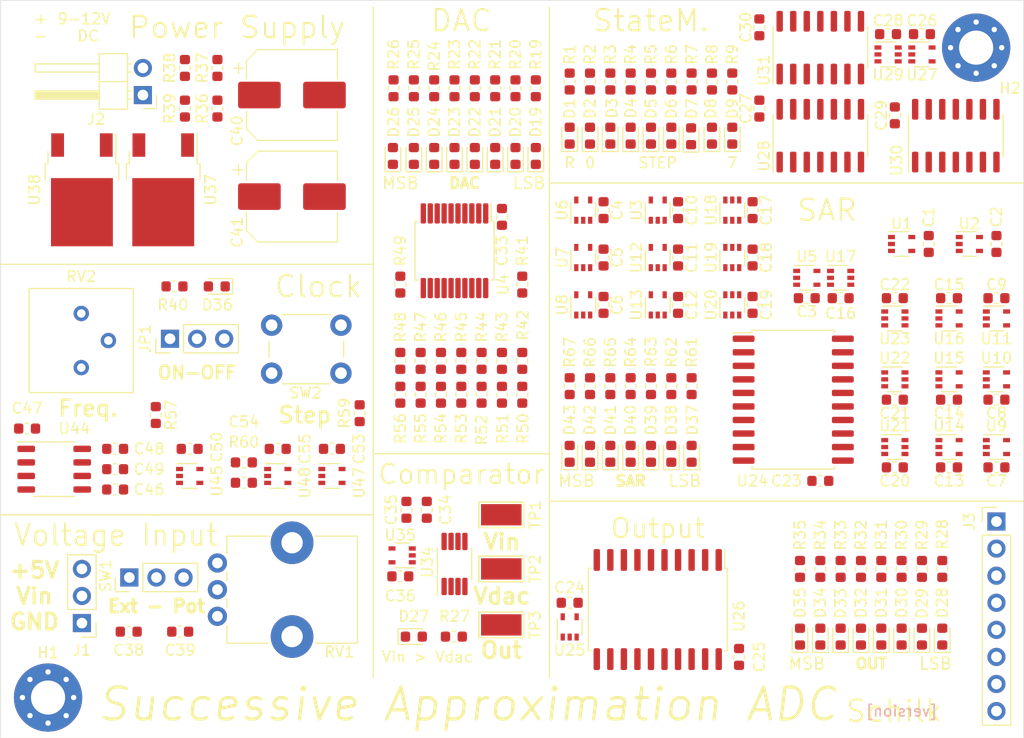
<source format=kicad_pcb>
(kicad_pcb (version 20171130) (host pcbnew "(5.1.5)-3")
  (title_block (title SA-ADC))
  (layers (0 F.Cu signal) (1 In1.Cu signal) (2 In2.Cu signal) (31 B.Cu signal) (34 B.Paste user) (35 F.Paste user) (36 B.SilkS user) (37 F.SilkS user) (38 B.Mask user hide) (39 F.Mask user hide) (44 Edge.Cuts user))
  (net 0 "")
  (net 1 GND)
  (net 2 +5V)
  (net 3 VDDA)
  (net 4 /Input/VIN)
  (net 5 "Net-(C46-Pad2)")
  (net 6 "Net-(C48-Pad2)")
  (net 7 "Net-(C54-Pad1)")
  (net 8 "Net-(D1-Pad2)")
  (net 9 "Net-(D2-Pad2)")
  (net 10 "Net-(D3-Pad2)")
  (net 11 "Net-(D4-Pad2)")
  (net 12 "Net-(D5-Pad2)")
  (net 13 "Net-(D6-Pad2)")
  (net 14 "Net-(D7-Pad2)")
  (net 15 "Net-(D8-Pad2)")
  (net 16 "Net-(D9-Pad2)")
  (net 17 "Net-(D19-Pad2)")
  (net 18 "Net-(D20-Pad2)")
  (net 19 "Net-(D21-Pad2)")
  (net 20 "Net-(D22-Pad2)")
  (net 21 "Net-(D23-Pad2)")
  (net 22 "Net-(D24-Pad2)")
  (net 23 "Net-(D25-Pad2)")
  (net 24 "Net-(D26-Pad2)")
  (net 25 "Net-(D27-Pad2)")
  (net 26 "Net-(D28-Pad2)")
  (net 27 "Net-(D29-Pad2)")
  (net 28 "Net-(D30-Pad2)")
  (net 29 "Net-(D31-Pad2)")
  (net 30 "Net-(D32-Pad2)")
  (net 31 "Net-(D33-Pad2)")
  (net 32 "Net-(D34-Pad2)")
  (net 33 "Net-(D35-Pad2)")
  (net 34 "Net-(D36-Pad2)")
  (net 35 "Net-(J1-Pad2)")
  (net 36 "Net-(J2-Pad2)")
  (net 37 "Net-(JP1-Pad2)")
  (net 38 /Analog/D0)
  (net 39 /Analog/D1)
  (net 40 /Analog/D2)
  (net 41 /Analog/D3)
  (net 42 /Analog/D4)
  (net 43 /Analog/D5)
  (net 44 /Analog/D6)
  (net 45 /Analog/D7)
  (net 46 /Analog/COMP_OUT)
  (net 47 "Net-(R36-Pad2)")
  (net 48 "Net-(R37-Pad2)")
  (net 49 /Clock/CLK)
  (net 50 "Net-(R41-Pad1)")
  (net 51 /Analog/DAC/D0)
  (net 52 /Analog/DAC/D1)
  (net 53 "Net-(R43-Pad1)")
  (net 54 /Analog/DAC/D2)
  (net 55 "Net-(R44-Pad1)")
  (net 56 /Analog/DAC/D3)
  (net 57 "Net-(R45-Pad1)")
  (net 58 /Analog/DAC/D4)
  (net 59 "Net-(R46-Pad1)")
  (net 60 /Analog/DAC/D5)
  (net 61 "Net-(R47-Pad1)")
  (net 62 "Net-(R48-Pad1)")
  (net 63 /Analog/DAC/D6)
  (net 64 /Analog/DAC/D7)
  (net 65 /Analog/DAC/Vdac)
  (net 66 "Net-(R57-Pad2)")
  (net 67 "Net-(R57-Pad1)")
  (net 68 "Net-(R59-Pad2)")
  (net 69 "Net-(RV1-Pad2)")
  (net 70 "Net-(U34-Pad1)")
  (net 71 "Net-(U47-Pad2)")
  (net 72 "Net-(D37-Pad2)")
  (net 73 "Net-(D38-Pad2)")
  (net 74 "Net-(D39-Pad2)")
  (net 75 "Net-(D40-Pad2)")
  (net 76 "Net-(D41-Pad2)")
  (net 77 "Net-(D42-Pad2)")
  (net 78 "Net-(D43-Pad2)")
  (net 79 "Net-(J3-Pad1)")
  (net 80 "Net-(J3-Pad2)")
  (net 81 "Net-(J3-Pad3)")
  (net 82 "Net-(J3-Pad4)")
  (net 83 "Net-(J3-Pad5)")
  (net 84 "Net-(J3-Pad6)")
  (net 85 "Net-(J3-Pad7)")
  (net 86 "Net-(J3-Pad8)")
  (net 87 /Output/OUT_0)
  (net 88 /Output/OUT_1)
  (net 89 /Output/OUT_2)
  (net 90 /Output/OUT_3)
  (net 91 /Output/OUT_4)
  (net 92 /Output/OUT_5)
  (net 93 /Output/OUT_6)
  (net 94 "Net-(RV2-Pad3)")
  (net 95 "Net-(U34-Pad7)")
  (net 96 "Net-(U44-Pad7)")
  (net 97 "Net-(JP1-Pad1)")
  (net 98 /SA-Register.sch/STATE_RST)
  (net 99 /SA-Register.sch/STATE0)
  (net 100 /SA-Register.sch/STATE1)
  (net 101 /SA-Register.sch/STATE2)
  (net 102 /SA-Register.sch/STATE3)
  (net 103 /SA-Register.sch/STATE4)
  (net 104 /SA-Register.sch/STATE5)
  (net 105 /SA-Register.sch/STATE6)
  (net 106 "Net-(U1-Pad4)")
  (net 107 /SA-Register.sch/D)
  (net 108 "Net-(U18-Pad6)")
  (net 109 "Net-(U12-Pad4)")
  (net 110 "Net-(U13-Pad4)")
  (net 111 "Net-(U14-Pad4)")
  (net 112 "Net-(U15-Pad4)")
  (net 113 "Net-(U16-Pad4)")
  (net 114 "Net-(U17-Pad4)")
  (net 115 "Net-(U18-Pad4)")
  (net 116 "Net-(U19-Pad4)")
  (net 117 "Net-(U20-Pad4)")
  (net 118 "Net-(U21-Pad4)")
  (net 119 "Net-(U22-Pad4)")
  (net 120 "Net-(U23-Pad4)")
  (net 121 "Net-(U24-Pad19)")
  (net 122 "Net-(U25-Pad4)")
  (net 123 "Net-(U27-Pad4)")
  (net 124 /StateMaschine.sch/C_IN)
  (net 125 "Net-(U30-Pad13)")
  (net 126 "Net-(U30-Pad10)")
  (net 127 "Net-(U30-Pad4)")
  (net 128 "Net-(U30-Pad1)")
  (net 129 "Net-(U31-Pad13)")
  (net 130 "Net-(U31-Pad4)")
  (net 131 "Net-(U31-Pad1)")
  (module Package_SO:SOIC-14_3.9x8.7mm_P1.27mm (layer F.Cu) (at 171.45 59.055 90)
    (fp_text reference U28 (at -1.905 -5.28 90) (layer F.SilkS))
    (fp_text value 74HC164)
    (pad 14 smd roundrect (at 2.475 -3.81 90) (size 1.95 0.6) (layers F.Cu F.Paste F.Mask) (net 2 +5V))
    (pad 13 smd roundrect (at 2.475 -2.54 90) (size 1.95 0.6) (layers F.Cu F.Paste F.Mask) (net 105 /SA-Register.sch/STATE6))
    (pad 12 smd roundrect (at 2.475 -1.27 90) (size 1.95 0.6) (layers F.Cu F.Paste F.Mask) (net 104 /SA-Register.sch/STATE5))
    (pad 11 smd roundrect (at 2.475 0 90) (size 1.95 0.6) (layers F.Cu F.Paste F.Mask) (net 103 /SA-Register.sch/STATE4))
    (pad 10 smd roundrect (at 2.475 1.27 90) (size 1.95 0.6) (layers F.Cu F.Paste F.Mask) (net 102 /SA-Register.sch/STATE3))
    (pad 9 smd roundrect (at 2.475 2.54 90) (size 1.95 0.6) (layers F.Cu F.Paste F.Mask) (net 2 +5V))
    (pad 8 smd roundrect (at 2.475 3.81 90) (size 1.95 0.6) (layers F.Cu F.Paste F.Mask) (net 123 "Net-(U27-Pad4)"))
    (pad 7 smd roundrect (at -2.475 3.81 90) (size 1.95 0.6) (layers F.Cu F.Paste F.Mask) (net 1 GND))
    (pad 6 smd roundrect (at -2.475 2.54 90) (size 1.95 0.6) (layers F.Cu F.Paste F.Mask) (net 101 /SA-Register.sch/STATE2))
    (pad 5 smd roundrect (at -2.475 1.27 90) (size 1.95 0.6) (layers F.Cu F.Paste F.Mask) (net 100 /SA-Register.sch/STATE1))
    (pad 4 smd roundrect (at -2.475 0 90) (size 1.95 0.6) (layers F.Cu F.Paste F.Mask) (net 99 /SA-Register.sch/STATE0))
    (pad 3 smd roundrect (at -2.475 -1.27 90) (size 1.95 0.6) (layers F.Cu F.Paste F.Mask) (net 98 /SA-Register.sch/STATE_RST))
    (pad 2 smd roundrect (at -2.475 -2.54 90) (size 1.95 0.6) (layers F.Cu F.Paste F.Mask) (net 124 /StateMaschine.sch/C_IN))
    (pad 1 smd roundrect (at -2.475 -3.81 90) (size 1.95 0.6) (layers F.Cu F.Paste F.Mask) (net 124 /StateMaschine.sch/C_IN))
  )
  (module LED_SMD:LED_0603_1608Metric (layer F.Cu) (at 147.955 88.9 90)
    (fp_text reference D43 (at 3.175 0 90) (layer F.SilkS))
    (fp_text value LED_Small)
    (pad 2 smd roundrect (at 0.7875 0 90) (size 0.875 0.95) (layers F.Cu F.Paste F.Mask) (net 78 "Net-(D43-Pad2)"))
    (pad 1 smd roundrect (at -0.7875 0 90) (size 0.875 0.95) (layers F.Cu F.Paste F.Mask) (net 1 GND))
  )
  (module LED_SMD:LED_0603_1608Metric (layer F.Cu) (at 149.86 88.9 90)
    (fp_text reference D42 (at 3.175 0 90) (layer F.SilkS))
    (fp_text value LED_Small)
    (pad 2 smd roundrect (at 0.7875 0 90) (size 0.875 0.95) (layers F.Cu F.Paste F.Mask) (net 77 "Net-(D42-Pad2)"))
    (pad 1 smd roundrect (at -0.7875 0 90) (size 0.875 0.95) (layers F.Cu F.Paste F.Mask) (net 1 GND))
  )
  (module LED_SMD:LED_0603_1608Metric (layer F.Cu) (at 151.765 88.9 90)
    (fp_text reference D41 (at 3.175 0 90) (layer F.SilkS))
    (fp_text value LED_Small)
    (pad 2 smd roundrect (at 0.7875 0 90) (size 0.875 0.95) (layers F.Cu F.Paste F.Mask) (net 76 "Net-(D41-Pad2)"))
    (pad 1 smd roundrect (at -0.7875 0 90) (size 0.875 0.95) (layers F.Cu F.Paste F.Mask) (net 1 GND))
  )
  (module LED_SMD:LED_0603_1608Metric (layer F.Cu) (at 153.67 88.9 90)
    (fp_text reference D40 (at 3.175 0 90) (layer F.SilkS))
    (fp_text value LED_Small)
    (pad 2 smd roundrect (at 0.7875 0 90) (size 0.875 0.95) (layers F.Cu F.Paste F.Mask) (net 75 "Net-(D40-Pad2)"))
    (pad 1 smd roundrect (at -0.7875 0 90) (size 0.875 0.95) (layers F.Cu F.Paste F.Mask) (net 1 GND))
  )
  (module LED_SMD:LED_0603_1608Metric (layer F.Cu) (at 155.575 88.9 90)
    (fp_text reference D39 (at 3.175 0 90) (layer F.SilkS))
    (fp_text value LED_Small)
    (pad 2 smd roundrect (at 0.7875 0 90) (size 0.875 0.95) (layers F.Cu F.Paste F.Mask) (net 74 "Net-(D39-Pad2)"))
    (pad 1 smd roundrect (at -0.7875 0 90) (size 0.875 0.95) (layers F.Cu F.Paste F.Mask) (net 1 GND))
  )
  (module LED_SMD:LED_0603_1608Metric (layer F.Cu) (at 157.48 88.9 90)
    (fp_text reference D38 (at 3.175 0 90) (layer F.SilkS))
    (fp_text value LED_Small)
    (pad 2 smd roundrect (at 0.7875 0 90) (size 0.875 0.95) (layers F.Cu F.Paste F.Mask) (net 73 "Net-(D38-Pad2)"))
    (pad 1 smd roundrect (at -0.7875 0 90) (size 0.875 0.95) (layers F.Cu F.Paste F.Mask) (net 1 GND))
  )
  (module LED_SMD:LED_0603_1608Metric (layer F.Cu) (at 159.385 88.9 90)
    (fp_text reference D37 (at 3.175 0.065 90) (layer F.SilkS))
    (fp_text value LED_Small)
    (pad 2 smd roundrect (at 0.7875 0 90) (size 0.875 0.95) (layers F.Cu F.Paste F.Mask) (net 72 "Net-(D37-Pad2)"))
    (pad 1 smd roundrect (at -0.7875 0 90) (size 0.875 0.95) (layers F.Cu F.Paste F.Mask) (net 1 GND))
  )
  (module LED_SMD:LED_0603_1608Metric (layer F.Cu) (at 114.875001 73.195001 180)
    (fp_text reference D36 (at -0.059999 -1.734999) (layer F.SilkS))
    (fp_text value LED_Small)
    (pad 2 smd roundrect (at 0.7875 0 180) (size 0.875 0.95) (layers F.Cu F.Paste F.Mask) (net 34 "Net-(D36-Pad2)"))
    (pad 1 smd roundrect (at -0.7875 0 180) (size 0.875 0.95) (layers F.Cu F.Paste F.Mask) (net 1 GND))
  )
  (module LED_SMD:LED_0603_1608Metric (layer F.Cu) (at 169.545 106.045 90)
    (fp_text reference D35 (at 3.175 0 90) (layer F.SilkS))
    (fp_text value LED_Small)
    (pad 2 smd roundrect (at 0.7875 0 90) (size 0.875 0.95) (layers F.Cu F.Paste F.Mask) (net 33 "Net-(D35-Pad2)"))
    (pad 1 smd roundrect (at -0.7875 0 90) (size 0.875 0.95) (layers F.Cu F.Paste F.Mask) (net 1 GND))
  )
  (module LED_SMD:LED_0603_1608Metric (layer F.Cu) (at 171.45 106.045 90)
    (fp_text reference D34 (at 3.175 0 90) (layer F.SilkS))
    (fp_text value LED_Small)
    (pad 2 smd roundrect (at 0.7875 0 90) (size 0.875 0.95) (layers F.Cu F.Paste F.Mask) (net 32 "Net-(D34-Pad2)"))
    (pad 1 smd roundrect (at -0.7875 0 90) (size 0.875 0.95) (layers F.Cu F.Paste F.Mask) (net 1 GND))
  )
  (module LED_SMD:LED_0603_1608Metric (layer F.Cu) (at 173.355 106.045 90)
    (fp_text reference D33 (at 3.115001 0 90) (layer F.SilkS))
    (fp_text value LED_Small)
    (pad 2 smd roundrect (at 0.7875 0 90) (size 0.875 0.95) (layers F.Cu F.Paste F.Mask) (net 31 "Net-(D33-Pad2)"))
    (pad 1 smd roundrect (at -0.7875 0 90) (size 0.875 0.95) (layers F.Cu F.Paste F.Mask) (net 1 GND))
  )
  (module LED_SMD:LED_0603_1608Metric (layer F.Cu) (at 175.26 106.045 90)
    (fp_text reference D32 (at 3.175 0 90) (layer F.SilkS))
    (fp_text value LED_Small)
    (pad 2 smd roundrect (at 0.7875 0 90) (size 0.875 0.95) (layers F.Cu F.Paste F.Mask) (net 30 "Net-(D32-Pad2)"))
    (pad 1 smd roundrect (at -0.7875 0 90) (size 0.875 0.95) (layers F.Cu F.Paste F.Mask) (net 1 GND))
  )
  (module LED_SMD:LED_0603_1608Metric (layer F.Cu) (at 177.165 106.045 90)
    (fp_text reference D31 (at 3.175 0 90) (layer F.SilkS))
    (fp_text value LED_Small)
    (pad 2 smd roundrect (at 0.7875 0 90) (size 0.875 0.95) (layers F.Cu F.Paste F.Mask) (net 29 "Net-(D31-Pad2)"))
    (pad 1 smd roundrect (at -0.7875 0 90) (size 0.875 0.95) (layers F.Cu F.Paste F.Mask) (net 1 GND))
  )
  (module LED_SMD:LED_0603_1608Metric (layer F.Cu) (at 179.07 106.045 90)
    (fp_text reference D30 (at 3.175 0 90) (layer F.SilkS))
    (fp_text value LED_Small)
    (pad 2 smd roundrect (at 0.7875 0 90) (size 0.875 0.95) (layers F.Cu F.Paste F.Mask) (net 28 "Net-(D30-Pad2)"))
    (pad 1 smd roundrect (at -0.7875 0 90) (size 0.875 0.95) (layers F.Cu F.Paste F.Mask) (net 1 GND))
  )
  (module LED_SMD:LED_0603_1608Metric (layer F.Cu) (at 180.975 106.045 90)
    (fp_text reference D29 (at 3.115001 0 90) (layer F.SilkS))
    (fp_text value LED_Small)
    (pad 2 smd roundrect (at 0.7875 0 90) (size 0.875 0.95) (layers F.Cu F.Paste F.Mask) (net 27 "Net-(D29-Pad2)"))
    (pad 1 smd roundrect (at -0.7875 0 90) (size 0.875 0.95) (layers F.Cu F.Paste F.Mask) (net 1 GND))
  )
  (module LED_SMD:LED_0603_1608Metric (layer F.Cu) (at 182.88 106.045 90)
    (fp_text reference D28 (at 3.175 0 90) (layer F.SilkS))
    (fp_text value LED_Small)
    (pad 2 smd roundrect (at 0.7875 0 90) (size 0.875 0.95) (layers F.Cu F.Paste F.Mask) (net 26 "Net-(D28-Pad2)"))
    (pad 1 smd roundrect (at -0.7875 0 90) (size 0.875 0.95) (layers F.Cu F.Paste F.Mask) (net 1 GND))
  )
  (module LED_SMD:LED_0603_1608Metric (layer F.Cu) (at 133.35 106.045)
    (fp_text reference D27 (at 0 -1.905) (layer F.SilkS))
    (fp_text value LED_Small)
    (pad 2 smd roundrect (at 0.7875 0) (size 0.875 0.95) (layers F.Cu F.Paste F.Mask) (net 25 "Net-(D27-Pad2)"))
    (pad 1 smd roundrect (at -0.7875 0) (size 0.875 0.95) (layers F.Cu F.Paste F.Mask) (net 1 GND))
  )
  (module LED_SMD:LED_0603_1608Metric (layer F.Cu) (at 131.385001 60.96 90)
    (fp_text reference D26 (at 3.175 0.059999 90) (layer F.SilkS))
    (fp_text value LED_Small)
    (pad 2 smd roundrect (at 0.7875 0 90) (size 0.875 0.95) (layers F.Cu F.Paste F.Mask) (net 24 "Net-(D26-Pad2)"))
    (pad 1 smd roundrect (at -0.7875 0 90) (size 0.875 0.95) (layers F.Cu F.Paste F.Mask) (net 1 GND))
  )
  (module LED_SMD:LED_0603_1608Metric (layer F.Cu) (at 133.35 60.96 90)
    (fp_text reference D25 (at 3.175 0 90) (layer F.SilkS))
    (fp_text value LED_Small)
    (pad 2 smd roundrect (at 0.7875 0 90) (size 0.875 0.95) (layers F.Cu F.Paste F.Mask) (net 23 "Net-(D25-Pad2)"))
    (pad 1 smd roundrect (at -0.7875 0 90) (size 0.875 0.95) (layers F.Cu F.Paste F.Mask) (net 1 GND))
  )
  (module LED_SMD:LED_0603_1608Metric (layer F.Cu) (at 135.255 60.96 90)
    (fp_text reference D24 (at 3.175 0 90) (layer F.SilkS))
    (fp_text value LED_Small)
    (pad 2 smd roundrect (at 0.7875 0 90) (size 0.875 0.95) (layers F.Cu F.Paste F.Mask) (net 22 "Net-(D24-Pad2)"))
    (pad 1 smd roundrect (at -0.7875 0 90) (size 0.875 0.95) (layers F.Cu F.Paste F.Mask) (net 1 GND))
  )
  (module LED_SMD:LED_0603_1608Metric (layer F.Cu) (at 137.16 60.96 90)
    (fp_text reference D23 (at 3.175 0 90) (layer F.SilkS))
    (fp_text value LED_Small)
    (pad 2 smd roundrect (at 0.7875 0 90) (size 0.875 0.95) (layers F.Cu F.Paste F.Mask) (net 21 "Net-(D23-Pad2)"))
    (pad 1 smd roundrect (at -0.7875 0 90) (size 0.875 0.95) (layers F.Cu F.Paste F.Mask) (net 1 GND))
  )
  (module LED_SMD:LED_0603_1608Metric (layer F.Cu) (at 139.065 60.96 90)
    (fp_text reference D22 (at 3.175 0 90) (layer F.SilkS))
    (fp_text value LED_Small)
    (pad 2 smd roundrect (at 0.7875 0 90) (size 0.875 0.95) (layers F.Cu F.Paste F.Mask) (net 20 "Net-(D22-Pad2)"))
    (pad 1 smd roundrect (at -0.7875 0 90) (size 0.875 0.95) (layers F.Cu F.Paste F.Mask) (net 1 GND))
  )
  (module LED_SMD:LED_0603_1608Metric (layer F.Cu) (at 140.97 60.96 90)
    (fp_text reference D21 (at 3.175 0 90) (layer F.SilkS))
    (fp_text value LED_Small)
    (pad 2 smd roundrect (at 0.7875 0 90) (size 0.875 0.95) (layers F.Cu F.Paste F.Mask) (net 19 "Net-(D21-Pad2)"))
    (pad 1 smd roundrect (at -0.7875 0 90) (size 0.875 0.95) (layers F.Cu F.Paste F.Mask) (net 1 GND))
  )
  (module LED_SMD:LED_0603_1608Metric (layer F.Cu) (at 142.875 60.96 90)
    (fp_text reference D20 (at 3.175 0 90) (layer F.SilkS))
    (fp_text value LED_Small)
    (pad 2 smd roundrect (at 0.7875 0 90) (size 0.875 0.95) (layers F.Cu F.Paste F.Mask) (net 18 "Net-(D20-Pad2)"))
    (pad 1 smd roundrect (at -0.7875 0 90) (size 0.875 0.95) (layers F.Cu F.Paste F.Mask) (net 1 GND))
  )
  (module LED_SMD:LED_0603_1608Metric (layer F.Cu) (at 144.78 60.96 90)
    (fp_text reference D19 (at 3.175 0 90) (layer F.SilkS))
    (fp_text value LED_Small)
    (pad 2 smd roundrect (at 0.7875 0 90) (size 0.875 0.95) (layers F.Cu F.Paste F.Mask) (net 17 "Net-(D19-Pad2)"))
    (pad 1 smd roundrect (at -0.7875 0 90) (size 0.875 0.95) (layers F.Cu F.Paste F.Mask) (net 1 GND))
  )
  (module LED_SMD:LED_0603_1608Metric (layer F.Cu) (at 163.195 59.055 90)
    (fp_text reference D9 (at 2.54 0 90) (layer F.SilkS))
    (fp_text value LED_Small)
    (pad 2 smd roundrect (at 0.7875 0 90) (size 0.875 0.95) (layers F.Cu F.Paste F.Mask) (net 16 "Net-(D9-Pad2)"))
    (pad 1 smd roundrect (at -0.7875 0 90) (size 0.875 0.95) (layers F.Cu F.Paste F.Mask) (net 1 GND))
  )
  (module LED_SMD:LED_0603_1608Metric (layer F.Cu) (at 161.29 59.055 90)
    (fp_text reference D8 (at 2.54 -0.115 90) (layer F.SilkS))
    (fp_text value LED_Small)
    (pad 2 smd roundrect (at 0.7875 0 90) (size 0.875 0.95) (layers F.Cu F.Paste F.Mask) (net 15 "Net-(D8-Pad2)"))
    (pad 1 smd roundrect (at -0.7875 0 90) (size 0.875 0.95) (layers F.Cu F.Paste F.Mask) (net 1 GND))
  )
  (module LED_SMD:LED_0603_1608Metric (layer F.Cu) (at 159.335 59.11 90)
    (fp_text reference D7 (at 2.595 0.05 90) (layer F.SilkS))
    (fp_text value LED_Small)
    (pad 2 smd roundrect (at 0.7875 0 90) (size 0.875 0.95) (layers F.Cu F.Paste F.Mask) (net 14 "Net-(D7-Pad2)"))
    (pad 1 smd roundrect (at -0.7875 0 90) (size 0.875 0.95) (layers F.Cu F.Paste F.Mask) (net 1 GND))
  )
  (module LED_SMD:LED_0603_1608Metric (layer F.Cu) (at 157.48 59.055 90)
    (fp_text reference D6 (at 2.54 0 90) (layer F.SilkS))
    (fp_text value LED_Small)
    (pad 2 smd roundrect (at 0.7875 0 90) (size 0.875 0.95) (layers F.Cu F.Paste F.Mask) (net 13 "Net-(D6-Pad2)"))
    (pad 1 smd roundrect (at -0.7875 0 90) (size 0.875 0.95) (layers F.Cu F.Paste F.Mask) (net 1 GND))
  )
  (module LED_SMD:LED_0603_1608Metric (layer F.Cu) (at 155.575 59.055 90)
    (fp_text reference D5 (at 2.54 0 90) (layer F.SilkS))
    (fp_text value LED_Small)
    (pad 2 smd roundrect (at 0.7875 0 90) (size 0.875 0.95) (layers F.Cu F.Paste F.Mask) (net 12 "Net-(D5-Pad2)"))
    (pad 1 smd roundrect (at -0.7875 0 90) (size 0.875 0.95) (layers F.Cu F.Paste F.Mask) (net 1 GND))
  )
  (module LED_SMD:LED_0603_1608Metric (layer F.Cu) (at 153.67 59.055 90)
    (fp_text reference D4 (at 2.585 0.02 90) (layer F.SilkS))
    (fp_text value LED_Small)
    (pad 2 smd roundrect (at 0.7875 0 90) (size 0.875 0.95) (layers F.Cu F.Paste F.Mask) (net 11 "Net-(D4-Pad2)"))
    (pad 1 smd roundrect (at -0.7875 0 90) (size 0.875 0.95) (layers F.Cu F.Paste F.Mask) (net 1 GND))
  )
  (module LED_SMD:LED_0603_1608Metric (layer F.Cu) (at 151.765 59.055 90)
    (fp_text reference D3 (at 2.585 0.155 90) (layer F.SilkS))
    (fp_text value LED_Small)
    (pad 2 smd roundrect (at 0.7875 0 90) (size 0.875 0.95) (layers F.Cu F.Paste F.Mask) (net 10 "Net-(D3-Pad2)"))
    (pad 1 smd roundrect (at -0.7875 0 90) (size 0.875 0.95) (layers F.Cu F.Paste F.Mask) (net 1 GND))
  )
  (module LED_SMD:LED_0603_1608Metric (layer F.Cu) (at 149.86 59.055 90)
    (fp_text reference D2 (at 2.54 0 90) (layer F.SilkS))
    (fp_text value LED_Small)
    (pad 2 smd roundrect (at 0.7875 0 90) (size 0.875 0.95) (layers F.Cu F.Paste F.Mask) (net 9 "Net-(D2-Pad2)"))
    (pad 1 smd roundrect (at -0.7875 0 90) (size 0.875 0.95) (layers F.Cu F.Paste F.Mask) (net 1 GND))
  )
  (module LED_SMD:LED_0603_1608Metric (layer F.Cu) (at 147.955 59.055 90)
    (fp_text reference D1 (at 2.54 0 90) (layer F.SilkS))
    (fp_text value LED_Small)
    (pad 2 smd roundrect (at 0.7875 0 90) (size 0.875 0.95) (layers F.Cu F.Paste F.Mask) (net 8 "Net-(D1-Pad2)"))
    (pad 1 smd roundrect (at -0.7875 0 90) (size 0.875 0.95) (layers F.Cu F.Paste F.Mask) (net 1 GND))
  )
  (module Package_SO:SOIC-14_3.9x8.7mm_P1.27mm (layer F.Cu) (at 171.45 50.8 90)
    (fp_text reference U31 (at -2.12 -5.28 90) (layer F.SilkS))
    (fp_text value 74HC02)
    (pad 14 smd roundrect (at 2.475 -3.81 90) (size 1.95 0.6) (layers F.Cu F.Paste F.Mask) (net 2 +5V))
    (pad 13 smd roundrect (at 2.475 -2.54 90) (size 1.95 0.6) (layers F.Cu F.Paste F.Mask) (net 129 "Net-(U31-Pad13)"))
    (pad 12 smd roundrect (at 2.475 -1.27 90) (size 1.95 0.6) (layers F.Cu F.Paste F.Mask) (net 1 GND))
    (pad 11 smd roundrect (at 2.475 0 90) (size 1.95 0.6) (layers F.Cu F.Paste F.Mask) (net 1 GND))
    (pad 10 smd roundrect (at 2.475 1.27 90) (size 1.95 0.6) (layers F.Cu F.Paste F.Mask) (net 124 /StateMaschine.sch/C_IN))
    (pad 9 smd roundrect (at 2.475 2.54 90) (size 1.95 0.6) (layers F.Cu F.Paste F.Mask) (net 130 "Net-(U31-Pad4)"))
    (pad 8 smd roundrect (at 2.475 3.81 90) (size 1.95 0.6) (layers F.Cu F.Paste F.Mask) (net 131 "Net-(U31-Pad1)"))
    (pad 7 smd roundrect (at -2.475 3.81 90) (size 1.95 0.6) (layers F.Cu F.Paste F.Mask) (net 1 GND))
    (pad 6 smd roundrect (at -2.475 2.54 90) (size 1.95 0.6) (layers F.Cu F.Paste F.Mask) (net 125 "Net-(U30-Pad13)"))
    (pad 5 smd roundrect (at -2.475 1.27 90) (size 1.95 0.6) (layers F.Cu F.Paste F.Mask) (net 126 "Net-(U30-Pad10)"))
    (pad 4 smd roundrect (at -2.475 0 90) (size 1.95 0.6) (layers F.Cu F.Paste F.Mask) (net 130 "Net-(U31-Pad4)"))
    (pad 3 smd roundrect (at -2.475 -1.27 90) (size 1.95 0.6) (layers F.Cu F.Paste F.Mask) (net 127 "Net-(U30-Pad4)"))
    (pad 2 smd roundrect (at -2.475 -2.54 90) (size 1.95 0.6) (layers F.Cu F.Paste F.Mask) (net 128 "Net-(U30-Pad1)"))
    (pad 1 smd roundrect (at -2.475 -3.81 90) (size 1.95 0.6) (layers F.Cu F.Paste F.Mask) (net 131 "Net-(U31-Pad1)"))
  )
  (module Package_SO:SOIC-14_3.9x8.7mm_P1.27mm (layer F.Cu) (at 184.15 59.055 90)
    (fp_text reference U30 (at -2.315 -5.555 90) (layer F.SilkS))
    (fp_text value 74HC02)
    (pad 14 smd roundrect (at 2.475 -3.81 90) (size 1.95 0.6) (layers F.Cu F.Paste F.Mask) (net 2 +5V))
    (pad 13 smd roundrect (at 2.475 -2.54 90) (size 1.95 0.6) (layers F.Cu F.Paste F.Mask) (net 125 "Net-(U30-Pad13)"))
    (pad 12 smd roundrect (at 2.475 -1.27 90) (size 1.95 0.6) (layers F.Cu F.Paste F.Mask) (net 105 /SA-Register.sch/STATE6))
    (pad 11 smd roundrect (at 2.475 0 90) (size 1.95 0.6) (layers F.Cu F.Paste F.Mask) (net 104 /SA-Register.sch/STATE5))
    (pad 10 smd roundrect (at 2.475 1.27 90) (size 1.95 0.6) (layers F.Cu F.Paste F.Mask) (net 126 "Net-(U30-Pad10)"))
    (pad 9 smd roundrect (at 2.475 2.54 90) (size 1.95 0.6) (layers F.Cu F.Paste F.Mask) (net 103 /SA-Register.sch/STATE4))
    (pad 8 smd roundrect (at 2.475 3.81 90) (size 1.95 0.6) (layers F.Cu F.Paste F.Mask) (net 102 /SA-Register.sch/STATE3))
    (pad 7 smd roundrect (at -2.475 3.81 90) (size 1.95 0.6) (layers F.Cu F.Paste F.Mask) (net 1 GND))
    (pad 6 smd roundrect (at -2.475 2.54 90) (size 1.95 0.6) (layers F.Cu F.Paste F.Mask) (net 101 /SA-Register.sch/STATE2))
    (pad 5 smd roundrect (at -2.475 1.27 90) (size 1.95 0.6) (layers F.Cu F.Paste F.Mask) (net 100 /SA-Register.sch/STATE1))
    (pad 4 smd roundrect (at -2.475 0 90) (size 1.95 0.6) (layers F.Cu F.Paste F.Mask) (net 127 "Net-(U30-Pad4)"))
    (pad 3 smd roundrect (at -2.475 -1.27 90) (size 1.95 0.6) (layers F.Cu F.Paste F.Mask) (net 99 /SA-Register.sch/STATE0))
    (pad 2 smd roundrect (at -2.475 -2.54 90) (size 1.95 0.6) (layers F.Cu F.Paste F.Mask) (net 98 /SA-Register.sch/STATE_RST))
    (pad 1 smd roundrect (at -2.475 -3.81 90) (size 1.95 0.6) (layers F.Cu F.Paste F.Mask) (net 128 "Net-(U30-Pad1)"))
  )
  (module Package_TO_SOT_SMD:SOT-363_SC-70-6 (layer F.Cu) (at 177.8 51.435)
    (fp_text reference U29 (at 0 1.905) (layer F.SilkS))
    (fp_text value 74LVC1G175)
    (pad 6 smd rect (at 0.95 -0.65) (size 0.65 0.4) (layers F.Cu F.Paste F.Mask) (net 2 +5V))
    (pad 4 smd rect (at 0.95 0.65) (size 0.65 0.4) (layers F.Cu F.Paste F.Mask) (net 45 /Analog/D7))
    (pad 2 smd rect (at -0.95 0) (size 0.65 0.4) (layers F.Cu F.Paste F.Mask) (net 1 GND))
    (pad 5 smd rect (at 0.95 0) (size 0.65 0.4) (layers F.Cu F.Paste F.Mask) (net 2 +5V))
    (pad 3 smd rect (at -0.95 0.65) (size 0.65 0.4) (layers F.Cu F.Paste F.Mask) (net 105 /SA-Register.sch/STATE6))
    (pad 1 smd rect (at -0.95 -0.65) (size 0.65 0.4) (layers F.Cu F.Paste F.Mask) (net 123 "Net-(U27-Pad4)"))
  )
  (module Package_TO_SOT_SMD:SOT-353_SC-70-5 (layer F.Cu) (at 180.975 51.435)
    (fp_text reference U27 (at 0 1.905) (layer F.SilkS))
    (fp_text value 74LVC1G04)
    (pad 5 smd rect (at 0.95 -0.65) (size 0.65 0.4) (layers F.Cu F.Paste F.Mask) (net 2 +5V))
    (pad 4 smd rect (at 0.95 0.65) (size 0.65 0.4) (layers F.Cu F.Paste F.Mask) (net 123 "Net-(U27-Pad4)"))
    (pad 2 smd rect (at -0.95 0) (size 0.65 0.4) (layers F.Cu F.Paste F.Mask) (net 49 /Clock/CLK))
    (pad 3 smd rect (at -0.95 0.65) (size 0.65 0.4) (layers F.Cu F.Paste F.Mask) (net 1 GND))
    (pad 1 smd rect (at -0.95 -0.65) (size 0.65 0.4) (layers F.Cu F.Paste F.Mask))
  )
  (module Package_SO:SOIC-20W_7.5x12.8mm_P1.27mm (layer F.Cu) (at 156.21 103.505 270)
    (fp_text reference U26 (at 0.635 -7.62 90) (layer F.SilkS))
    (fp_text value 74LS377)
    (pad 20 smd roundrect (at 4.65 -5.715 270) (size 2.05 0.6) (layers F.Cu F.Paste F.Mask) (net 2 +5V))
    (pad 19 smd roundrect (at 4.65 -4.445 270) (size 2.05 0.6) (layers F.Cu F.Paste F.Mask) (net 86 "Net-(J3-Pad8)"))
    (pad 18 smd roundrect (at 4.65 -3.175 270) (size 2.05 0.6) (layers F.Cu F.Paste F.Mask) (net 46 /Analog/COMP_OUT))
    (pad 17 smd roundrect (at 4.65 -1.905 270) (size 2.05 0.6) (layers F.Cu F.Paste F.Mask) (net 93 /Output/OUT_6))
    (pad 16 smd roundrect (at 4.65 -0.635 270) (size 2.05 0.6) (layers F.Cu F.Paste F.Mask) (net 85 "Net-(J3-Pad7)"))
    (pad 15 smd roundrect (at 4.65 0.635 270) (size 2.05 0.6) (layers F.Cu F.Paste F.Mask) (net 84 "Net-(J3-Pad6)"))
    (pad 14 smd roundrect (at 4.65 1.905 270) (size 2.05 0.6) (layers F.Cu F.Paste F.Mask) (net 92 /Output/OUT_5))
    (pad 13 smd roundrect (at 4.65 3.175 270) (size 2.05 0.6) (layers F.Cu F.Paste F.Mask) (net 91 /Output/OUT_4))
    (pad 12 smd roundrect (at 4.65 4.445 270) (size 2.05 0.6) (layers F.Cu F.Paste F.Mask) (net 83 "Net-(J3-Pad5)"))
    (pad 11 smd roundrect (at 4.65 5.715 270) (size 2.05 0.6) (layers F.Cu F.Paste F.Mask) (net 49 /Clock/CLK))
    (pad 10 smd roundrect (at -4.65 5.715 270) (size 2.05 0.6) (layers F.Cu F.Paste F.Mask) (net 1 GND))
    (pad 9 smd roundrect (at -4.65 4.445 270) (size 2.05 0.6) (layers F.Cu F.Paste F.Mask) (net 82 "Net-(J3-Pad4)"))
    (pad 8 smd roundrect (at -4.65 3.175 270) (size 2.05 0.6) (layers F.Cu F.Paste F.Mask) (net 90 /Output/OUT_3))
    (pad 7 smd roundrect (at -4.65 1.905 270) (size 2.05 0.6) (layers F.Cu F.Paste F.Mask) (net 89 /Output/OUT_2))
    (pad 6 smd roundrect (at -4.65 0.635 270) (size 2.05 0.6) (layers F.Cu F.Paste F.Mask) (net 81 "Net-(J3-Pad3)"))
    (pad 5 smd roundrect (at -4.65 -0.635 270) (size 2.05 0.6) (layers F.Cu F.Paste F.Mask) (net 80 "Net-(J3-Pad2)"))
    (pad 4 smd roundrect (at -4.65 -1.905 270) (size 2.05 0.6) (layers F.Cu F.Paste F.Mask) (net 88 /Output/OUT_1))
    (pad 3 smd roundrect (at -4.65 -3.175 270) (size 2.05 0.6) (layers F.Cu F.Paste F.Mask) (net 87 /Output/OUT_0))
    (pad 2 smd roundrect (at -4.65 -4.445 270) (size 2.05 0.6) (layers F.Cu F.Paste F.Mask) (net 79 "Net-(J3-Pad1)"))
    (pad 1 smd roundrect (at -4.65 -5.715 270) (size 2.05 0.6) (layers F.Cu F.Paste F.Mask) (net 122 "Net-(U25-Pad4)"))
  )
  (module Package_TO_SOT_SMD:SOT-353_SC-70-5 (layer F.Cu) (at 147.955 105.135 90)
    (fp_text reference U25 (at -2.18 0) (layer F.SilkS))
    (fp_text value 74LVC1G04)
    (pad 5 smd rect (at 0.95 -0.65 90) (size 0.65 0.4) (layers F.Cu F.Paste F.Mask) (net 2 +5V))
    (pad 4 smd rect (at 0.95 0.65 90) (size 0.65 0.4) (layers F.Cu F.Paste F.Mask) (net 122 "Net-(U25-Pad4)"))
    (pad 2 smd rect (at -0.95 0 90) (size 0.65 0.4) (layers F.Cu F.Paste F.Mask) (net 45 /Analog/D7))
    (pad 3 smd rect (at -0.95 0.65 90) (size 0.65 0.4) (layers F.Cu F.Paste F.Mask) (net 1 GND))
    (pad 1 smd rect (at -0.95 -0.65 90) (size 0.65 0.4) (layers F.Cu F.Paste F.Mask))
  )
  (module Package_SO:SOIC-20W_7.5x12.8mm_P1.27mm (layer F.Cu) (at 168.91 83.82)
    (fp_text reference U24 (at -3.81 7.62) (layer F.SilkS))
    (fp_text value 74LS377)
    (pad 20 smd roundrect (at 4.65 -5.715) (size 2.05 0.6) (layers F.Cu F.Paste F.Mask) (net 2 +5V))
    (pad 19 smd roundrect (at 4.65 -4.445) (size 2.05 0.6) (layers F.Cu F.Paste F.Mask) (net 121 "Net-(U24-Pad19)"))
    (pad 18 smd roundrect (at 4.65 -3.175) (size 2.05 0.6) (layers F.Cu F.Paste F.Mask) (net 1 GND))
    (pad 17 smd roundrect (at 4.65 -1.905) (size 2.05 0.6) (layers F.Cu F.Paste F.Mask) (net 120 "Net-(U23-Pad4)"))
    (pad 16 smd roundrect (at 4.65 -0.635) (size 2.05 0.6) (layers F.Cu F.Paste F.Mask) (net 93 /Output/OUT_6))
    (pad 15 smd roundrect (at 4.65 0.635) (size 2.05 0.6) (layers F.Cu F.Paste F.Mask) (net 92 /Output/OUT_5))
    (pad 14 smd roundrect (at 4.65 1.905) (size 2.05 0.6) (layers F.Cu F.Paste F.Mask) (net 119 "Net-(U22-Pad4)"))
    (pad 13 smd roundrect (at 4.65 3.175) (size 2.05 0.6) (layers F.Cu F.Paste F.Mask) (net 118 "Net-(U21-Pad4)"))
    (pad 12 smd roundrect (at 4.65 4.445) (size 2.05 0.6) (layers F.Cu F.Paste F.Mask) (net 91 /Output/OUT_4))
    (pad 11 smd roundrect (at 4.65 5.715) (size 2.05 0.6) (layers F.Cu F.Paste F.Mask) (net 49 /Clock/CLK))
    (pad 10 smd roundrect (at -4.65 5.715) (size 2.05 0.6) (layers F.Cu F.Paste F.Mask) (net 1 GND))
    (pad 9 smd roundrect (at -4.65 4.445) (size 2.05 0.6) (layers F.Cu F.Paste F.Mask) (net 90 /Output/OUT_3))
    (pad 8 smd roundrect (at -4.65 3.175) (size 2.05 0.6) (layers F.Cu F.Paste F.Mask) (net 117 "Net-(U20-Pad4)"))
    (pad 7 smd roundrect (at -4.65 1.905) (size 2.05 0.6) (layers F.Cu F.Paste F.Mask) (net 116 "Net-(U19-Pad4)"))
    (pad 6 smd roundrect (at -4.65 0.635) (size 2.05 0.6) (layers F.Cu F.Paste F.Mask) (net 89 /Output/OUT_2))
    (pad 5 smd roundrect (at -4.65 -0.635) (size 2.05 0.6) (layers F.Cu F.Paste F.Mask) (net 88 /Output/OUT_1))
    (pad 4 smd roundrect (at -4.65 -1.905) (size 2.05 0.6) (layers F.Cu F.Paste F.Mask) (net 115 "Net-(U18-Pad4)"))
    (pad 3 smd roundrect (at -4.65 -3.175) (size 2.05 0.6) (layers F.Cu F.Paste F.Mask) (net 114 "Net-(U17-Pad4)"))
    (pad 2 smd roundrect (at -4.65 -4.445) (size 2.05 0.6) (layers F.Cu F.Paste F.Mask) (net 87 /Output/OUT_0))
    (pad 1 smd roundrect (at -4.65 -5.715) (size 2.05 0.6) (layers F.Cu F.Paste F.Mask) (net 1 GND))
  )
  (module Package_TO_SOT_SMD:SOT-363_SC-70-6 (layer F.Cu) (at 178.435 76.2)
    (fp_text reference U23 (at 0 1.905) (layer F.SilkS))
    (fp_text value 74LVC1G157)
    (pad 6 smd rect (at 0.95 -0.65) (size 0.65 0.4) (layers F.Cu F.Paste F.Mask) (net 113 "Net-(U16-Pad4)"))
    (pad 4 smd rect (at 0.95 0.65) (size 0.65 0.4) (layers F.Cu F.Paste F.Mask) (net 120 "Net-(U23-Pad4)"))
    (pad 2 smd rect (at -0.95 0) (size 0.65 0.4) (layers F.Cu F.Paste F.Mask) (net 1 GND))
    (pad 5 smd rect (at 0.95 0) (size 0.65 0.4) (layers F.Cu F.Paste F.Mask) (net 2 +5V))
    (pad 3 smd rect (at -0.95 0.65) (size 0.65 0.4) (layers F.Cu F.Paste F.Mask) (net 93 /Output/OUT_6))
    (pad 1 smd rect (at -0.95 -0.65) (size 0.65 0.4) (layers F.Cu F.Paste F.Mask) (net 107 /SA-Register.sch/D))
  )
  (module Package_TO_SOT_SMD:SOT-363_SC-70-6 (layer F.Cu) (at 178.435 81.915)
    (fp_text reference U22 (at 0 -2) (layer F.SilkS))
    (fp_text value 74LVC1G157)
    (pad 6 smd rect (at 0.95 -0.65) (size 0.65 0.4) (layers F.Cu F.Paste F.Mask) (net 112 "Net-(U15-Pad4)"))
    (pad 4 smd rect (at 0.95 0.65) (size 0.65 0.4) (layers F.Cu F.Paste F.Mask) (net 119 "Net-(U22-Pad4)"))
    (pad 2 smd rect (at -0.95 0) (size 0.65 0.4) (layers F.Cu F.Paste F.Mask) (net 1 GND))
    (pad 5 smd rect (at 0.95 0) (size 0.65 0.4) (layers F.Cu F.Paste F.Mask) (net 2 +5V))
    (pad 3 smd rect (at -0.95 0.65) (size 0.65 0.4) (layers F.Cu F.Paste F.Mask) (net 92 /Output/OUT_5))
    (pad 1 smd rect (at -0.95 -0.65) (size 0.65 0.4) (layers F.Cu F.Paste F.Mask) (net 107 /SA-Register.sch/D))
  )
  (module Package_TO_SOT_SMD:SOT-363_SC-70-6 (layer F.Cu) (at 178.435 88.265)
    (fp_text reference U21 (at 0 -2) (layer F.SilkS))
    (fp_text value 74LVC1G157)
    (pad 6 smd rect (at 0.95 -0.65) (size 0.65 0.4) (layers F.Cu F.Paste F.Mask) (net 111 "Net-(U14-Pad4)"))
    (pad 4 smd rect (at 0.95 0.65) (size 0.65 0.4) (layers F.Cu F.Paste F.Mask) (net 118 "Net-(U21-Pad4)"))
    (pad 2 smd rect (at -0.95 0) (size 0.65 0.4) (layers F.Cu F.Paste F.Mask) (net 1 GND))
    (pad 5 smd rect (at 0.95 0) (size 0.65 0.4) (layers F.Cu F.Paste F.Mask) (net 2 +5V))
    (pad 3 smd rect (at -0.95 0.65) (size 0.65 0.4) (layers F.Cu F.Paste F.Mask) (net 91 /Output/OUT_4))
    (pad 1 smd rect (at -0.95 -0.65) (size 0.65 0.4) (layers F.Cu F.Paste F.Mask) (net 107 /SA-Register.sch/D))
  )
  (module Package_TO_SOT_SMD:SOT-363_SC-70-6 (layer F.Cu) (at 163.195 74.93 90)
    (fp_text reference U20 (at 0 -2 90) (layer F.SilkS))
    (fp_text value 74LVC1G157)
    (pad 6 smd rect (at 0.95 -0.65 90) (size 0.65 0.4) (layers F.Cu F.Paste F.Mask) (net 110 "Net-(U13-Pad4)"))
    (pad 4 smd rect (at 0.95 0.65 90) (size 0.65 0.4) (layers F.Cu F.Paste F.Mask) (net 117 "Net-(U20-Pad4)"))
    (pad 2 smd rect (at -0.95 0 90) (size 0.65 0.4) (layers F.Cu F.Paste F.Mask) (net 1 GND))
    (pad 5 smd rect (at 0.95 0 90) (size 0.65 0.4) (layers F.Cu F.Paste F.Mask) (net 2 +5V))
    (pad 3 smd rect (at -0.95 0.65 90) (size 0.65 0.4) (layers F.Cu F.Paste F.Mask) (net 90 /Output/OUT_3))
    (pad 1 smd rect (at -0.95 -0.65 90) (size 0.65 0.4) (layers F.Cu F.Paste F.Mask) (net 107 /SA-Register.sch/D))
  )
  (module Package_TO_SOT_SMD:SOT-363_SC-70-6 (layer F.Cu) (at 163.195 70.485 90)
    (fp_text reference U19 (at 0 -2 90) (layer F.SilkS))
    (fp_text value 74LVC1G157)
    (pad 6 smd rect (at 0.95 -0.65 90) (size 0.65 0.4) (layers F.Cu F.Paste F.Mask) (net 109 "Net-(U12-Pad4)"))
    (pad 4 smd rect (at 0.95 0.65 90) (size 0.65 0.4) (layers F.Cu F.Paste F.Mask) (net 116 "Net-(U19-Pad4)"))
    (pad 2 smd rect (at -0.95 0 90) (size 0.65 0.4) (layers F.Cu F.Paste F.Mask) (net 1 GND))
    (pad 5 smd rect (at 0.95 0 90) (size 0.65 0.4) (layers F.Cu F.Paste F.Mask) (net 2 +5V))
    (pad 3 smd rect (at -0.95 0.65 90) (size 0.65 0.4) (layers F.Cu F.Paste F.Mask) (net 89 /Output/OUT_2))
    (pad 1 smd rect (at -0.95 -0.65 90) (size 0.65 0.4) (layers F.Cu F.Paste F.Mask) (net 107 /SA-Register.sch/D))
  )
  (module Package_TO_SOT_SMD:SOT-363_SC-70-6 (layer F.Cu) (at 163.195 66.04 90)
    (fp_text reference U18 (at 0 -2 90) (layer F.SilkS))
    (fp_text value 74LVC1G157)
    (pad 1 smd rect (at -0.95 -0.65 90) (size 0.65 0.4) (layers F.Cu F.Paste F.Mask) (net 107 /SA-Register.sch/D))
    (pad 3 smd rect (at -0.95 0.65 90) (size 0.65 0.4) (layers F.Cu F.Paste F.Mask) (net 88 /Output/OUT_1))
    (pad 5 smd rect (at 0.95 0 90) (size 0.65 0.4) (layers F.Cu F.Paste F.Mask) (net 2 +5V))
    (pad 2 smd rect (at -0.95 0 90) (size 0.65 0.4) (layers F.Cu F.Paste F.Mask) (net 1 GND))
    (pad 4 smd rect (at 0.95 0.65 90) (size 0.65 0.4) (layers F.Cu F.Paste F.Mask) (net 115 "Net-(U18-Pad4)"))
    (pad 6 smd rect (at 0.95 -0.65 90) (size 0.65 0.4) (layers F.Cu F.Paste F.Mask) (net 108 "Net-(U18-Pad6)"))
  )
  (module Package_TO_SOT_SMD:SOT-363_SC-70-6 (layer F.Cu) (at 173.355 72.39)
    (fp_text reference U17 (at 0 -2) (layer F.SilkS))
    (fp_text value 74LVC1G157)
    (pad 6 smd rect (at 0.95 -0.65) (size 0.65 0.4) (layers F.Cu F.Paste F.Mask) (net 99 /SA-Register.sch/STATE0))
    (pad 4 smd rect (at 0.95 0.65) (size 0.65 0.4) (layers F.Cu F.Paste F.Mask) (net 114 "Net-(U17-Pad4)"))
    (pad 2 smd rect (at -0.95 0) (size 0.65 0.4) (layers F.Cu F.Paste F.Mask) (net 1 GND))
    (pad 5 smd rect (at 0.95 0) (size 0.65 0.4) (layers F.Cu F.Paste F.Mask) (net 2 +5V))
    (pad 3 smd rect (at -0.95 0.65) (size 0.65 0.4) (layers F.Cu F.Paste F.Mask) (net 87 /Output/OUT_0))
    (pad 1 smd rect (at -0.95 -0.65) (size 0.65 0.4) (layers F.Cu F.Paste F.Mask) (net 46 /Analog/COMP_OUT))
  )
  (module Package_TO_SOT_SMD:SOT-353_SC-70-5 (layer F.Cu) (at 183.515 76.2)
    (fp_text reference U16 (at 0 1.905) (layer F.SilkS))
    (fp_text value 74LVC1G32)
    (pad 5 smd rect (at 0.95 -0.65) (size 0.65 0.4) (layers F.Cu F.Paste F.Mask) (net 2 +5V))
    (pad 4 smd rect (at 0.95 0.65) (size 0.65 0.4) (layers F.Cu F.Paste F.Mask) (net 113 "Net-(U16-Pad4)"))
    (pad 2 smd rect (at -0.95 0) (size 0.65 0.4) (layers F.Cu F.Paste F.Mask) (net 98 /SA-Register.sch/STATE_RST))
    (pad 3 smd rect (at -0.95 0.65) (size 0.65 0.4) (layers F.Cu F.Paste F.Mask) (net 1 GND))
    (pad 1 smd rect (at -0.95 -0.65) (size 0.65 0.4) (layers F.Cu F.Paste F.Mask) (net 105 /SA-Register.sch/STATE6))
  )
  (module Package_TO_SOT_SMD:SOT-353_SC-70-5 (layer F.Cu) (at 183.515 81.915)
    (fp_text reference U15 (at 0 -2) (layer F.SilkS))
    (fp_text value 74LVC1G32)
    (pad 5 smd rect (at 0.95 -0.65) (size 0.65 0.4) (layers F.Cu F.Paste F.Mask) (net 2 +5V))
    (pad 4 smd rect (at 0.95 0.65) (size 0.65 0.4) (layers F.Cu F.Paste F.Mask) (net 112 "Net-(U15-Pad4)"))
    (pad 2 smd rect (at -0.95 0) (size 0.65 0.4) (layers F.Cu F.Paste F.Mask) (net 98 /SA-Register.sch/STATE_RST))
    (pad 3 smd rect (at -0.95 0.65) (size 0.65 0.4) (layers F.Cu F.Paste F.Mask) (net 1 GND))
    (pad 1 smd rect (at -0.95 -0.65) (size 0.65 0.4) (layers F.Cu F.Paste F.Mask) (net 104 /SA-Register.sch/STATE5))
  )
  (module Package_TO_SOT_SMD:SOT-353_SC-70-5 (layer F.Cu) (at 183.515 88.265)
    (fp_text reference U14 (at 0 -2) (layer F.SilkS))
    (fp_text value 74LVC1G32)
    (pad 5 smd rect (at 0.95 -0.65) (size 0.65 0.4) (layers F.Cu F.Paste F.Mask) (net 2 +5V))
    (pad 4 smd rect (at 0.95 0.65) (size 0.65 0.4) (layers F.Cu F.Paste F.Mask) (net 111 "Net-(U14-Pad4)"))
    (pad 2 smd rect (at -0.95 0) (size 0.65 0.4) (layers F.Cu F.Paste F.Mask) (net 98 /SA-Register.sch/STATE_RST))
    (pad 3 smd rect (at -0.95 0.65) (size 0.65 0.4) (layers F.Cu F.Paste F.Mask) (net 1 GND))
    (pad 1 smd rect (at -0.95 -0.65) (size 0.65 0.4) (layers F.Cu F.Paste F.Mask) (net 103 /SA-Register.sch/STATE4))
  )
  (module Package_TO_SOT_SMD:SOT-353_SC-70-5 (layer F.Cu) (at 156.21 74.93 90)
    (fp_text reference U13 (at 0 -2 90) (layer F.SilkS))
    (fp_text value 74LVC1G32)
    (pad 5 smd rect (at 0.95 -0.65 90) (size 0.65 0.4) (layers F.Cu F.Paste F.Mask) (net 2 +5V))
    (pad 4 smd rect (at 0.95 0.65 90) (size 0.65 0.4) (layers F.Cu F.Paste F.Mask) (net 110 "Net-(U13-Pad4)"))
    (pad 2 smd rect (at -0.95 0 90) (size 0.65 0.4) (layers F.Cu F.Paste F.Mask) (net 98 /SA-Register.sch/STATE_RST))
    (pad 3 smd rect (at -0.95 0.65 90) (size 0.65 0.4) (layers F.Cu F.Paste F.Mask) (net 1 GND))
    (pad 1 smd rect (at -0.95 -0.65 90) (size 0.65 0.4) (layers F.Cu F.Paste F.Mask) (net 102 /SA-Register.sch/STATE3))
  )
  (module Package_TO_SOT_SMD:SOT-353_SC-70-5 (layer F.Cu) (at 156.21 70.485 90)
    (fp_text reference U12 (at 0 -2 90) (layer F.SilkS))
    (fp_text value 74LVC1G32)
    (pad 5 smd rect (at 0.95 -0.65 90) (size 0.65 0.4) (layers F.Cu F.Paste F.Mask) (net 2 +5V))
    (pad 4 smd rect (at 0.95 0.65 90) (size 0.65 0.4) (layers F.Cu F.Paste F.Mask) (net 109 "Net-(U12-Pad4)"))
    (pad 2 smd rect (at -0.95 0 90) (size 0.65 0.4) (layers F.Cu F.Paste F.Mask) (net 98 /SA-Register.sch/STATE_RST))
    (pad 3 smd rect (at -0.95 0.65 90) (size 0.65 0.4) (layers F.Cu F.Paste F.Mask) (net 1 GND))
    (pad 1 smd rect (at -0.95 -0.65 90) (size 0.65 0.4) (layers F.Cu F.Paste F.Mask) (net 101 /SA-Register.sch/STATE2))
  )
  (module Package_TO_SOT_SMD:SOT-353_SC-70-5 (layer F.Cu) (at 187.96 76.2)
    (fp_text reference U11 (at 0 1.905) (layer F.SilkS))
    (fp_text value 74LVC1G32)
    (pad 5 smd rect (at 0.95 -0.65) (size 0.65 0.4) (layers F.Cu F.Paste F.Mask) (net 2 +5V))
    (pad 4 smd rect (at 0.95 0.65) (size 0.65 0.4) (layers F.Cu F.Paste F.Mask) (net 44 /Analog/D6))
    (pad 2 smd rect (at -0.95 0) (size 0.65 0.4) (layers F.Cu F.Paste F.Mask) (net 93 /Output/OUT_6))
    (pad 3 smd rect (at -0.95 0.65) (size 0.65 0.4) (layers F.Cu F.Paste F.Mask) (net 1 GND))
    (pad 1 smd rect (at -0.95 -0.65) (size 0.65 0.4) (layers F.Cu F.Paste F.Mask) (net 105 /SA-Register.sch/STATE6))
  )
  (module Package_TO_SOT_SMD:SOT-353_SC-70-5 (layer F.Cu) (at 187.96 81.915)
    (fp_text reference U10 (at 0 -2) (layer F.SilkS))
    (fp_text value 74LVC1G32)
    (pad 5 smd rect (at 0.95 -0.65) (size 0.65 0.4) (layers F.Cu F.Paste F.Mask) (net 2 +5V))
    (pad 4 smd rect (at 0.95 0.65) (size 0.65 0.4) (layers F.Cu F.Paste F.Mask) (net 43 /Analog/D5))
    (pad 2 smd rect (at -0.95 0) (size 0.65 0.4) (layers F.Cu F.Paste F.Mask) (net 92 /Output/OUT_5))
    (pad 3 smd rect (at -0.95 0.65) (size 0.65 0.4) (layers F.Cu F.Paste F.Mask) (net 1 GND))
    (pad 1 smd rect (at -0.95 -0.65) (size 0.65 0.4) (layers F.Cu F.Paste F.Mask) (net 104 /SA-Register.sch/STATE5))
  )
  (module Package_TO_SOT_SMD:SOT-353_SC-70-5 (layer F.Cu) (at 187.96 88.265)
    (fp_text reference U9 (at 0 -2) (layer F.SilkS))
    (fp_text value 74LVC1G32)
    (pad 5 smd rect (at 0.95 -0.65) (size 0.65 0.4) (layers F.Cu F.Paste F.Mask) (net 2 +5V))
    (pad 4 smd rect (at 0.95 0.65) (size 0.65 0.4) (layers F.Cu F.Paste F.Mask) (net 42 /Analog/D4))
    (pad 2 smd rect (at -0.95 0) (size 0.65 0.4) (layers F.Cu F.Paste F.Mask) (net 91 /Output/OUT_4))
    (pad 3 smd rect (at -0.95 0.65) (size 0.65 0.4) (layers F.Cu F.Paste F.Mask) (net 1 GND))
    (pad 1 smd rect (at -0.95 -0.65) (size 0.65 0.4) (layers F.Cu F.Paste F.Mask) (net 103 /SA-Register.sch/STATE4))
  )
  (module Package_TO_SOT_SMD:SOT-353_SC-70-5 (layer F.Cu) (at 149.225 74.93 90)
    (fp_text reference U8 (at 0 -2 90) (layer F.SilkS))
    (fp_text value 74LVC1G32)
    (pad 5 smd rect (at 0.95 -0.65 90) (size 0.65 0.4) (layers F.Cu F.Paste F.Mask) (net 2 +5V))
    (pad 4 smd rect (at 0.95 0.65 90) (size 0.65 0.4) (layers F.Cu F.Paste F.Mask) (net 41 /Analog/D3))
    (pad 2 smd rect (at -0.95 0 90) (size 0.65 0.4) (layers F.Cu F.Paste F.Mask) (net 90 /Output/OUT_3))
    (pad 3 smd rect (at -0.95 0.65 90) (size 0.65 0.4) (layers F.Cu F.Paste F.Mask) (net 1 GND))
    (pad 1 smd rect (at -0.95 -0.65 90) (size 0.65 0.4) (layers F.Cu F.Paste F.Mask) (net 102 /SA-Register.sch/STATE3))
  )
  (module Package_TO_SOT_SMD:SOT-353_SC-70-5 (layer F.Cu) (at 149.225 70.485 90)
    (fp_text reference U7 (at 0 -2 90) (layer F.SilkS))
    (fp_text value 74LVC1G32)
    (pad 5 smd rect (at 0.95 -0.65 90) (size 0.65 0.4) (layers F.Cu F.Paste F.Mask) (net 2 +5V))
    (pad 4 smd rect (at 0.95 0.65 90) (size 0.65 0.4) (layers F.Cu F.Paste F.Mask) (net 40 /Analog/D2))
    (pad 2 smd rect (at -0.95 0 90) (size 0.65 0.4) (layers F.Cu F.Paste F.Mask) (net 89 /Output/OUT_2))
    (pad 3 smd rect (at -0.95 0.65 90) (size 0.65 0.4) (layers F.Cu F.Paste F.Mask) (net 1 GND))
    (pad 1 smd rect (at -0.95 -0.65 90) (size 0.65 0.4) (layers F.Cu F.Paste F.Mask) (net 101 /SA-Register.sch/STATE2))
  )
  (module Package_TO_SOT_SMD:SOT-353_SC-70-5 (layer F.Cu) (at 149.225 66.04 90)
    (fp_text reference U6 (at 0 -2 90) (layer F.SilkS))
    (fp_text value 74LVC1G32)
    (pad 1 smd rect (at -0.95 -0.65 90) (size 0.65 0.4) (layers F.Cu F.Paste F.Mask) (net 100 /SA-Register.sch/STATE1))
    (pad 3 smd rect (at -0.95 0.65 90) (size 0.65 0.4) (layers F.Cu F.Paste F.Mask) (net 1 GND))
    (pad 2 smd rect (at -0.95 0 90) (size 0.65 0.4) (layers F.Cu F.Paste F.Mask) (net 88 /Output/OUT_1))
    (pad 4 smd rect (at 0.95 0.65 90) (size 0.65 0.4) (layers F.Cu F.Paste F.Mask) (net 39 /Analog/D1))
    (pad 5 smd rect (at 0.95 -0.65 90) (size 0.65 0.4) (layers F.Cu F.Paste F.Mask) (net 2 +5V))
  )
  (module Package_TO_SOT_SMD:SOT-353_SC-70-5 (layer F.Cu) (at 170.18 72.39)
    (fp_text reference U5 (at 0 -2) (layer F.SilkS))
    (fp_text value 74LVC1G32)
    (pad 5 smd rect (at 0.95 -0.65) (size 0.65 0.4) (layers F.Cu F.Paste F.Mask) (net 2 +5V))
    (pad 4 smd rect (at 0.95 0.65) (size 0.65 0.4) (layers F.Cu F.Paste F.Mask) (net 38 /Analog/D0))
    (pad 2 smd rect (at -0.95 0) (size 0.65 0.4) (layers F.Cu F.Paste F.Mask) (net 87 /Output/OUT_0))
    (pad 3 smd rect (at -0.95 0.65) (size 0.65 0.4) (layers F.Cu F.Paste F.Mask) (net 1 GND))
    (pad 1 smd rect (at -0.95 -0.65) (size 0.65 0.4) (layers F.Cu F.Paste F.Mask) (net 99 /SA-Register.sch/STATE0))
  )
  (module Package_SO:SSOP-20_5.3x7.2mm_P0.65mm (layer F.Cu) (at 137.16 69.85 270)
    (fp_text reference U4 (at 3.175 -4.55 90) (layer F.SilkS))
    (fp_text value 74HC245)
    (pad 20 smd roundrect (at 3.5 -2.925 270) (size 1.9 0.5) (layers F.Cu F.Paste F.Mask) (net 2 +5V))
    (pad 19 smd roundrect (at 3.5 -2.275 270) (size 1.9 0.5) (layers F.Cu F.Paste F.Mask) (net 1 GND))
    (pad 18 smd roundrect (at 3.5 -1.625 270) (size 1.9 0.5) (layers F.Cu F.Paste F.Mask) (net 51 /Analog/DAC/D0))
    (pad 17 smd roundrect (at 3.5 -0.975 270) (size 1.9 0.5) (layers F.Cu F.Paste F.Mask) (net 52 /Analog/DAC/D1))
    (pad 16 smd roundrect (at 3.5 -0.325 270) (size 1.9 0.5) (layers F.Cu F.Paste F.Mask) (net 54 /Analog/DAC/D2))
    (pad 15 smd roundrect (at 3.5 0.325 270) (size 1.9 0.5) (layers F.Cu F.Paste F.Mask) (net 56 /Analog/DAC/D3))
    (pad 14 smd roundrect (at 3.5 0.975 270) (size 1.9 0.5) (layers F.Cu F.Paste F.Mask) (net 58 /Analog/DAC/D4))
    (pad 13 smd roundrect (at 3.5 1.625 270) (size 1.9 0.5) (layers F.Cu F.Paste F.Mask) (net 60 /Analog/DAC/D5))
    (pad 12 smd roundrect (at 3.5 2.275 270) (size 1.9 0.5) (layers F.Cu F.Paste F.Mask) (net 63 /Analog/DAC/D6))
    (pad 11 smd roundrect (at 3.5 2.925 270) (size 1.9 0.5) (layers F.Cu F.Paste F.Mask) (net 64 /Analog/DAC/D7))
    (pad 10 smd roundrect (at -3.5 2.925 270) (size 1.9 0.5) (layers F.Cu F.Paste F.Mask) (net 1 GND))
    (pad 9 smd roundrect (at -3.5 2.275 270) (size 1.9 0.5) (layers F.Cu F.Paste F.Mask) (net 45 /Analog/D7))
    (pad 8 smd roundrect (at -3.5 1.625 270) (size 1.9 0.5) (layers F.Cu F.Paste F.Mask) (net 44 /Analog/D6))
    (pad 7 smd roundrect (at -3.5 0.975 270) (size 1.9 0.5) (layers F.Cu F.Paste F.Mask) (net 43 /Analog/D5))
    (pad 6 smd roundrect (at -3.5 0.325 270) (size 1.9 0.5) (layers F.Cu F.Paste F.Mask) (net 42 /Analog/D4))
    (pad 5 smd roundrect (at -3.5 -0.325 270) (size 1.9 0.5) (layers F.Cu F.Paste F.Mask) (net 41 /Analog/D3))
    (pad 4 smd roundrect (at -3.5 -0.975 270) (size 1.9 0.5) (layers F.Cu F.Paste F.Mask) (net 40 /Analog/D2))
    (pad 3 smd roundrect (at -3.5 -1.625 270) (size 1.9 0.5) (layers F.Cu F.Paste F.Mask) (net 39 /Analog/D1))
    (pad 2 smd roundrect (at -3.5 -2.275 270) (size 1.9 0.5) (layers F.Cu F.Paste F.Mask) (net 38 /Analog/D0))
    (pad 1 smd roundrect (at -3.5 -2.925 270) (size 1.9 0.5) (layers F.Cu F.Paste F.Mask) (net 2 +5V))
  )
  (module Package_TO_SOT_SMD:SOT-353_SC-70-5 (layer F.Cu) (at 156.21 66.04 90)
    (fp_text reference U3 (at 0 -2 90) (layer F.SilkS))
    (fp_text value 74LVC1G32)
    (pad 1 smd rect (at -0.95 -0.65 90) (size 0.65 0.4) (layers F.Cu F.Paste F.Mask) (net 100 /SA-Register.sch/STATE1))
    (pad 3 smd rect (at -0.95 0.65 90) (size 0.65 0.4) (layers F.Cu F.Paste F.Mask) (net 1 GND))
    (pad 2 smd rect (at -0.95 0 90) (size 0.65 0.4) (layers F.Cu F.Paste F.Mask) (net 98 /SA-Register.sch/STATE_RST))
    (pad 4 smd rect (at 0.95 0.65 90) (size 0.65 0.4) (layers F.Cu F.Paste F.Mask) (net 108 "Net-(U18-Pad6)"))
    (pad 5 smd rect (at 0.95 -0.65 90) (size 0.65 0.4) (layers F.Cu F.Paste F.Mask) (net 2 +5V))
  )
  (module Package_TO_SOT_SMD:SOT-353_SC-70-5 (layer F.Cu) (at 185.42 69.215)
    (fp_text reference U2 (at 0 -1.905) (layer F.SilkS))
    (fp_text value 74LVC1G08)
    (pad 5 smd rect (at 0.95 -0.65) (size 0.65 0.4) (layers F.Cu F.Paste F.Mask) (net 2 +5V))
    (pad 4 smd rect (at 0.95 0.65) (size 0.65 0.4) (layers F.Cu F.Paste F.Mask) (net 107 /SA-Register.sch/D))
    (pad 2 smd rect (at -0.95 0) (size 0.65 0.4) (layers F.Cu F.Paste F.Mask) (net 46 /Analog/COMP_OUT))
    (pad 3 smd rect (at -0.95 0.65) (size 0.65 0.4) (layers F.Cu F.Paste F.Mask) (net 1 GND))
    (pad 1 smd rect (at -0.95 -0.65) (size 0.65 0.4) (layers F.Cu F.Paste F.Mask) (net 106 "Net-(U1-Pad4)"))
  )
  (module Package_TO_SOT_SMD:SOT-353_SC-70-5 (layer F.Cu) (at 179.07 69.215)
    (fp_text reference U1 (at 0 -1.905) (layer F.SilkS))
    (fp_text value 74LVC1G04)
    (pad 5 smd rect (at 0.95 -0.65) (size 0.65 0.4) (layers F.Cu F.Paste F.Mask) (net 2 +5V))
    (pad 4 smd rect (at 0.95 0.65) (size 0.65 0.4) (layers F.Cu F.Paste F.Mask) (net 106 "Net-(U1-Pad4)"))
    (pad 2 smd rect (at -0.95 0) (size 0.65 0.4) (layers F.Cu F.Paste F.Mask) (net 98 /SA-Register.sch/STATE_RST))
    (pad 3 smd rect (at -0.95 0.65) (size 0.65 0.4) (layers F.Cu F.Paste F.Mask) (net 1 GND))
    (pad 1 smd rect (at -0.95 -0.65) (size 0.65 0.4) (layers F.Cu F.Paste F.Mask))
  )
  (module Resistor_SMD:R_0603_1608Metric (layer F.Cu) (at 147.955 82.55 90)
    (fp_text reference R67 (at 3.175 0 90) (layer F.SilkS))
    (fp_text value rled)
    (pad 2 smd roundrect (at 0.7875 0 90) (size 0.875 0.95) (layers F.Cu F.Paste F.Mask) (net 93 /Output/OUT_6))
    (pad 1 smd roundrect (at -0.7875 0 90) (size 0.875 0.95) (layers F.Cu F.Paste F.Mask) (net 78 "Net-(D43-Pad2)"))
  )
  (module Resistor_SMD:R_0603_1608Metric (layer F.Cu) (at 149.86 82.55 90)
    (fp_text reference R66 (at 3.175 0 90) (layer F.SilkS))
    (fp_text value rled)
    (pad 2 smd roundrect (at 0.7875 0 90) (size 0.875 0.95) (layers F.Cu F.Paste F.Mask) (net 92 /Output/OUT_5))
    (pad 1 smd roundrect (at -0.7875 0 90) (size 0.875 0.95) (layers F.Cu F.Paste F.Mask) (net 77 "Net-(D42-Pad2)"))
  )
  (module Resistor_SMD:R_0603_1608Metric (layer F.Cu) (at 151.765 82.55 90)
    (fp_text reference R65 (at 3.175 0 90) (layer F.SilkS))
    (fp_text value rled)
    (pad 2 smd roundrect (at 0.7875 0 90) (size 0.875 0.95) (layers F.Cu F.Paste F.Mask) (net 91 /Output/OUT_4))
    (pad 1 smd roundrect (at -0.7875 0 90) (size 0.875 0.95) (layers F.Cu F.Paste F.Mask) (net 76 "Net-(D41-Pad2)"))
  )
  (module Resistor_SMD:R_0603_1608Metric (layer F.Cu) (at 153.67 82.55 90)
    (fp_text reference R64 (at 3.175 0 90) (layer F.SilkS))
    (fp_text value rled)
    (pad 2 smd roundrect (at 0.7875 0 90) (size 0.875 0.95) (layers F.Cu F.Paste F.Mask) (net 90 /Output/OUT_3))
    (pad 1 smd roundrect (at -0.7875 0 90) (size 0.875 0.95) (layers F.Cu F.Paste F.Mask) (net 75 "Net-(D40-Pad2)"))
  )
  (module Resistor_SMD:R_0603_1608Metric (layer F.Cu) (at 155.575 82.55 90)
    (fp_text reference R63 (at 3.22 0 90) (layer F.SilkS))
    (fp_text value rled)
    (pad 2 smd roundrect (at 0.7875 0 90) (size 0.875 0.95) (layers F.Cu F.Paste F.Mask) (net 89 /Output/OUT_2))
    (pad 1 smd roundrect (at -0.7875 0 90) (size 0.875 0.95) (layers F.Cu F.Paste F.Mask) (net 74 "Net-(D39-Pad2)"))
  )
  (module Resistor_SMD:R_0603_1608Metric (layer F.Cu) (at 157.48 82.55 90)
    (fp_text reference R62 (at 3.175 0 90) (layer F.SilkS))
    (fp_text value rled)
    (pad 2 smd roundrect (at 0.7875 0 90) (size 0.875 0.95) (layers F.Cu F.Paste F.Mask) (net 88 /Output/OUT_1))
    (pad 1 smd roundrect (at -0.7875 0 90) (size 0.875 0.95) (layers F.Cu F.Paste F.Mask) (net 73 "Net-(D38-Pad2)"))
  )
  (module Resistor_SMD:R_0603_1608Metric (layer F.Cu) (at 159.385 82.55 90)
    (fp_text reference R61 (at 3.175 0 90) (layer F.SilkS))
    (fp_text value rled)
    (pad 2 smd roundrect (at 0.7875 0 90) (size 0.875 0.95) (layers F.Cu F.Paste F.Mask) (net 87 /Output/OUT_0))
    (pad 1 smd roundrect (at -0.7875 0 90) (size 0.875 0.95) (layers F.Cu F.Paste F.Mask) (net 72 "Net-(D37-Pad2)"))
  )
  (module Resistor_SMD:R_0603_1608Metric (layer F.Cu) (at 163.195 53.975 90)
    (fp_text reference R9 (at 2.54 0 90) (layer F.SilkS))
    (fp_text value rled)
    (pad 2 smd roundrect (at 0.7875 0 90) (size 0.875 0.95) (layers F.Cu F.Paste F.Mask) (net 45 /Analog/D7))
    (pad 1 smd roundrect (at -0.7875 0 90) (size 0.875 0.95) (layers F.Cu F.Paste F.Mask) (net 16 "Net-(D9-Pad2)"))
  )
  (module Resistor_SMD:R_0603_1608Metric (layer F.Cu) (at 161.29 53.975 90)
    (fp_text reference R8 (at 2.54 0 90) (layer F.SilkS))
    (fp_text value rled)
    (pad 2 smd roundrect (at 0.7875 0 90) (size 0.875 0.95) (layers F.Cu F.Paste F.Mask) (net 105 /SA-Register.sch/STATE6))
    (pad 1 smd roundrect (at -0.7875 0 90) (size 0.875 0.95) (layers F.Cu F.Paste F.Mask) (net 15 "Net-(D8-Pad2)"))
  )
  (module Resistor_SMD:R_0603_1608Metric (layer F.Cu) (at 159.385 53.975 90)
    (fp_text reference R7 (at 2.54 0 90) (layer F.SilkS))
    (fp_text value rled)
    (pad 2 smd roundrect (at 0.7875 0 90) (size 0.875 0.95) (layers F.Cu F.Paste F.Mask) (net 104 /SA-Register.sch/STATE5))
    (pad 1 smd roundrect (at -0.7875 0 90) (size 0.875 0.95) (layers F.Cu F.Paste F.Mask) (net 14 "Net-(D7-Pad2)"))
  )
  (module Resistor_SMD:R_0603_1608Metric (layer F.Cu) (at 157.48 53.975 90)
    (fp_text reference R6 (at 2.54 0 90) (layer F.SilkS))
    (fp_text value rled)
    (pad 2 smd roundrect (at 0.7875 0 90) (size 0.875 0.95) (layers F.Cu F.Paste F.Mask) (net 103 /SA-Register.sch/STATE4))
    (pad 1 smd roundrect (at -0.7875 0 90) (size 0.875 0.95) (layers F.Cu F.Paste F.Mask) (net 13 "Net-(D6-Pad2)"))
  )
  (module Resistor_SMD:R_0603_1608Metric (layer F.Cu) (at 155.575 53.975 90)
    (fp_text reference R5 (at 2.54 0 90) (layer F.SilkS))
    (fp_text value rled)
    (pad 2 smd roundrect (at 0.7875 0 90) (size 0.875 0.95) (layers F.Cu F.Paste F.Mask) (net 102 /SA-Register.sch/STATE3))
    (pad 1 smd roundrect (at -0.7875 0 90) (size 0.875 0.95) (layers F.Cu F.Paste F.Mask) (net 12 "Net-(D5-Pad2)"))
  )
  (module Resistor_SMD:R_0603_1608Metric (layer F.Cu) (at 153.67 53.975 90)
    (fp_text reference R4 (at 2.54 0 90) (layer F.SilkS))
    (fp_text value rled)
    (pad 2 smd roundrect (at 0.7875 0 90) (size 0.875 0.95) (layers F.Cu F.Paste F.Mask) (net 101 /SA-Register.sch/STATE2))
    (pad 1 smd roundrect (at -0.7875 0 90) (size 0.875 0.95) (layers F.Cu F.Paste F.Mask) (net 11 "Net-(D4-Pad2)"))
  )
  (module Resistor_SMD:R_0603_1608Metric (layer F.Cu) (at 151.765 53.975 90)
    (fp_text reference R3 (at 2.54 0 90) (layer F.SilkS))
    (fp_text value rled)
    (pad 2 smd roundrect (at 0.7875 0 90) (size 0.875 0.95) (layers F.Cu F.Paste F.Mask) (net 100 /SA-Register.sch/STATE1))
    (pad 1 smd roundrect (at -0.7875 0 90) (size 0.875 0.95) (layers F.Cu F.Paste F.Mask) (net 10 "Net-(D3-Pad2)"))
  )
  (module Resistor_SMD:R_0603_1608Metric (layer F.Cu) (at 149.86 53.975 90)
    (fp_text reference R2 (at 2.54 0 90) (layer F.SilkS))
    (fp_text value rled)
    (pad 2 smd roundrect (at 0.7875 0 90) (size 0.875 0.95) (layers F.Cu F.Paste F.Mask) (net 99 /SA-Register.sch/STATE0))
    (pad 1 smd roundrect (at -0.7875 0 90) (size 0.875 0.95) (layers F.Cu F.Paste F.Mask) (net 9 "Net-(D2-Pad2)"))
  )
  (module Resistor_SMD:R_0603_1608Metric (layer F.Cu) (at 147.955 53.975 90)
    (fp_text reference R1 (at 2.54 0 90) (layer F.SilkS))
    (fp_text value rled)
    (pad 2 smd roundrect (at 0.7875 0 90) (size 0.875 0.95) (layers F.Cu F.Paste F.Mask) (net 98 /SA-Register.sch/STATE_RST))
    (pad 1 smd roundrect (at -0.7875 0 90) (size 0.875 0.95) (layers F.Cu F.Paste F.Mask) (net 8 "Net-(D1-Pad2)"))
  )
  (module Connector_PinHeader_2.54mm:PinHeader_1x03_P2.54mm_Vertical (layer F.Cu) (at 110.49 78.105 90)
    (fp_text reference JP1 (at 0 -2.33 90) (layer F.SilkS))
    (fp_text value Conn_01x03)
    (pad 3 thru_hole oval (at 0 5.08 90) (size 1.7 1.7) (drill 1) (layers *.Cu *.Mask) (net 1 GND))
    (pad 2 thru_hole oval (at 0 2.54 90) (size 1.7 1.7) (drill 1) (layers *.Cu *.Mask) (net 37 "Net-(JP1-Pad2)"))
    (pad 1 thru_hole rect (at 0 0 90) (size 1.7 1.7) (drill 1) (layers *.Cu *.Mask) (net 97 "Net-(JP1-Pad1)"))
  )
  (module MountingHole:MountingHole_3.2mm_M3_Pad_Via (layer F.Cu) (at 186.055 50.8 180)
    (fp_text reference H2 (at -3.175 -3.81) (layer F.SilkS))
    (fp_text value MountingHole)
    (pad 1 thru_hole circle (at 1.697056 -1.697056 180) (size 0.8 0.8) (drill 0.5) (layers *.Cu *.Mask))
    (pad 1 thru_hole circle (at 0 -2.4 180) (size 0.8 0.8) (drill 0.5) (layers *.Cu *.Mask))
    (pad 1 thru_hole circle (at -1.697056 -1.697056 180) (size 0.8 0.8) (drill 0.5) (layers *.Cu *.Mask))
    (pad 1 thru_hole circle (at -2.4 0 180) (size 0.8 0.8) (drill 0.5) (layers *.Cu *.Mask))
    (pad 1 thru_hole circle (at -1.697056 1.697056 180) (size 0.8 0.8) (drill 0.5) (layers *.Cu *.Mask))
    (pad 1 thru_hole circle (at 0 2.4 180) (size 0.8 0.8) (drill 0.5) (layers *.Cu *.Mask))
    (pad 1 thru_hole circle (at 1.697056 1.697056 180) (size 0.8 0.8) (drill 0.5) (layers *.Cu *.Mask))
    (pad 1 thru_hole circle (at 2.4 0 180) (size 0.8 0.8) (drill 0.5) (layers *.Cu *.Mask))
    (pad 1 thru_hole circle (at 0 0 180) (size 6.4 6.4) (drill 3.2) (layers *.Cu *.Mask))
  )
  (module MountingHole:MountingHole_3.2mm_M3_Pad_Via (layer F.Cu) (at 99.06 111.76)
    (fp_text reference H1 (at 0 -4.2) (layer F.SilkS))
    (fp_text value MountingHole)
    (pad 1 thru_hole circle (at 1.697056 -1.697056) (size 0.8 0.8) (drill 0.5) (layers *.Cu *.Mask))
    (pad 1 thru_hole circle (at 0 -2.4) (size 0.8 0.8) (drill 0.5) (layers *.Cu *.Mask))
    (pad 1 thru_hole circle (at -1.697056 -1.697056) (size 0.8 0.8) (drill 0.5) (layers *.Cu *.Mask))
    (pad 1 thru_hole circle (at -2.4 0) (size 0.8 0.8) (drill 0.5) (layers *.Cu *.Mask))
    (pad 1 thru_hole circle (at -1.697056 1.697056) (size 0.8 0.8) (drill 0.5) (layers *.Cu *.Mask))
    (pad 1 thru_hole circle (at 0 2.4) (size 0.8 0.8) (drill 0.5) (layers *.Cu *.Mask))
    (pad 1 thru_hole circle (at 1.697056 1.697056) (size 0.8 0.8) (drill 0.5) (layers *.Cu *.Mask))
    (pad 1 thru_hole circle (at 2.4 0) (size 0.8 0.8) (drill 0.5) (layers *.Cu *.Mask))
    (pad 1 thru_hole circle (at 0 0) (size 6.4 6.4) (drill 3.2) (layers *.Cu *.Mask))
  )
  (module Capacitor_SMD:C_0603_1608Metric (layer F.Cu) (at 165.735 48.895 90)
    (fp_text reference C30 (at 0 -1.27 90) (layer F.SilkS))
    (fp_text value 0u1)
    (pad 2 smd roundrect (at 0.7875 0 90) (size 0.875 0.95) (layers F.Cu F.Paste F.Mask) (net 1 GND))
    (pad 1 smd roundrect (at -0.7875 0 90) (size 0.875 0.95) (layers F.Cu F.Paste F.Mask) (net 2 +5V))
  )
  (module Capacitor_SMD:C_0603_1608Metric (layer F.Cu) (at 178.435 57.15 90)
    (fp_text reference C29 (at 0 -1.27 90) (layer F.SilkS))
    (fp_text value 0u1)
    (pad 2 smd roundrect (at 0.7875 0 90) (size 0.875 0.95) (layers F.Cu F.Paste F.Mask) (net 1 GND))
    (pad 1 smd roundrect (at -0.7875 0 90) (size 0.875 0.95) (layers F.Cu F.Paste F.Mask) (net 2 +5V))
  )
  (module Capacitor_SMD:C_0603_1608Metric (layer F.Cu) (at 177.8 49.53 180)
    (fp_text reference C28 (at 0 1.27) (layer F.SilkS))
    (fp_text value 0u1)
    (pad 2 smd roundrect (at 0.7875 0 180) (size 0.875 0.95) (layers F.Cu F.Paste F.Mask) (net 1 GND))
    (pad 1 smd roundrect (at -0.7875 0 180) (size 0.875 0.95) (layers F.Cu F.Paste F.Mask) (net 2 +5V))
  )
  (module Capacitor_SMD:C_0603_1608Metric (layer F.Cu) (at 165.735 56.515 270)
    (fp_text reference C27 (at 0 1.27 90) (layer F.SilkS))
    (fp_text value 0u1)
    (pad 2 smd roundrect (at 0.7875 0 270) (size 0.875 0.95) (layers F.Cu F.Paste F.Mask) (net 1 GND))
    (pad 1 smd roundrect (at -0.7875 0 270) (size 0.875 0.95) (layers F.Cu F.Paste F.Mask) (net 2 +5V))
  )
  (module Capacitor_SMD:C_0603_1608Metric (layer F.Cu) (at 180.975 49.53 180)
    (fp_text reference C26 (at 0 1.27) (layer F.SilkS))
    (fp_text value 0u1)
    (pad 2 smd roundrect (at 0.7875 0 180) (size 0.875 0.95) (layers F.Cu F.Paste F.Mask) (net 1 GND))
    (pad 1 smd roundrect (at -0.7875 0 180) (size 0.875 0.95) (layers F.Cu F.Paste F.Mask) (net 2 +5V))
  )
  (module Capacitor_SMD:C_0603_1608Metric (layer F.Cu) (at 163.83 107.95 270)
    (fp_text reference C25 (at 0 -1.905 90) (layer F.SilkS))
    (fp_text value 0u1)
    (pad 2 smd roundrect (at 0.7875 0 270) (size 0.875 0.95) (layers F.Cu F.Paste F.Mask) (net 2 +5V))
    (pad 1 smd roundrect (at -0.7875 0 270) (size 0.875 0.95) (layers F.Cu F.Paste F.Mask) (net 1 GND))
  )
  (module Capacitor_SMD:C_0603_1608Metric (layer F.Cu) (at 147.955 102.87)
    (fp_text reference C24 (at 0 -1.43) (layer F.SilkS))
    (fp_text value 0u1)
    (pad 2 smd roundrect (at 0.7875 0) (size 0.875 0.95) (layers F.Cu F.Paste F.Mask) (net 1 GND))
    (pad 1 smd roundrect (at -0.7875 0) (size 0.875 0.95) (layers F.Cu F.Paste F.Mask) (net 2 +5V))
  )
  (module Capacitor_SMD:C_0603_1608Metric (layer F.Cu) (at 171.45 91.44 180)
    (fp_text reference C23 (at 3.175 0) (layer F.SilkS))
    (fp_text value 0u1)
    (pad 2 smd roundrect (at 0.7875 0 180) (size 0.875 0.95) (layers F.Cu F.Paste F.Mask) (net 2 +5V))
    (pad 1 smd roundrect (at -0.7875 0 180) (size 0.875 0.95) (layers F.Cu F.Paste F.Mask) (net 1 GND))
  )
  (module Capacitor_SMD:C_0603_1608Metric (layer F.Cu) (at 178.435 74.295)
    (fp_text reference C22 (at 0 -1.27) (layer F.SilkS))
    (fp_text value 0u1)
    (pad 2 smd roundrect (at 0.7875 0) (size 0.875 0.95) (layers F.Cu F.Paste F.Mask) (net 2 +5V))
    (pad 1 smd roundrect (at -0.7875 0) (size 0.875 0.95) (layers F.Cu F.Paste F.Mask) (net 1 GND))
  )
  (module Capacitor_SMD:C_0603_1608Metric (layer F.Cu) (at 178.435 83.82)
    (fp_text reference C21 (at 0 1.27) (layer F.SilkS))
    (fp_text value 0u1)
    (pad 2 smd roundrect (at 0.7875 0) (size 0.875 0.95) (layers F.Cu F.Paste F.Mask) (net 2 +5V))
    (pad 1 smd roundrect (at -0.7875 0) (size 0.875 0.95) (layers F.Cu F.Paste F.Mask) (net 1 GND))
  )
  (module Capacitor_SMD:C_0603_1608Metric (layer F.Cu) (at 178.435 90.17)
    (fp_text reference C20 (at 0 1.27) (layer F.SilkS))
    (fp_text value 0u1)
    (pad 2 smd roundrect (at 0.7875 0) (size 0.875 0.95) (layers F.Cu F.Paste F.Mask) (net 2 +5V))
    (pad 1 smd roundrect (at -0.7875 0) (size 0.875 0.95) (layers F.Cu F.Paste F.Mask) (net 1 GND))
  )
  (module Capacitor_SMD:C_0603_1608Metric (layer F.Cu) (at 165.1 74.93 90)
    (fp_text reference C19 (at 0 1.27 90) (layer F.SilkS))
    (fp_text value 0u1)
    (pad 2 smd roundrect (at 0.7875 0 90) (size 0.875 0.95) (layers F.Cu F.Paste F.Mask) (net 2 +5V))
    (pad 1 smd roundrect (at -0.7875 0 90) (size 0.875 0.95) (layers F.Cu F.Paste F.Mask) (net 1 GND))
  )
  (module Capacitor_SMD:C_0603_1608Metric (layer F.Cu) (at 165.1 70.485 90)
    (fp_text reference C18 (at 0 1.27 90) (layer F.SilkS))
    (fp_text value 0u1)
    (pad 2 smd roundrect (at 0.7875 0 90) (size 0.875 0.95) (layers F.Cu F.Paste F.Mask) (net 2 +5V))
    (pad 1 smd roundrect (at -0.7875 0 90) (size 0.875 0.95) (layers F.Cu F.Paste F.Mask) (net 1 GND))
  )
  (module Capacitor_SMD:C_0603_1608Metric (layer F.Cu) (at 165.1 66.04 90)
    (fp_text reference C17 (at 0 1.27 90) (layer F.SilkS))
    (fp_text value 0u1)
    (pad 1 smd roundrect (at -0.7875 0 90) (size 0.875 0.95) (layers F.Cu F.Paste F.Mask) (net 1 GND))
    (pad 2 smd roundrect (at 0.7875 0 90) (size 0.875 0.95) (layers F.Cu F.Paste F.Mask) (net 2 +5V))
  )
  (module Capacitor_SMD:C_0603_1608Metric (layer F.Cu) (at 173.355 74.295 180)
    (fp_text reference C16 (at 0 -1.43) (layer F.SilkS))
    (fp_text value 0u1)
    (pad 2 smd roundrect (at 0.7875 0 180) (size 0.875 0.95) (layers F.Cu F.Paste F.Mask) (net 2 +5V))
    (pad 1 smd roundrect (at -0.7875 0 180) (size 0.875 0.95) (layers F.Cu F.Paste F.Mask) (net 1 GND))
  )
  (module Capacitor_SMD:C_0603_1608Metric (layer F.Cu) (at 183.515 74.295)
    (fp_text reference C15 (at 0 -1.27) (layer F.SilkS))
    (fp_text value 0u1)
    (pad 2 smd roundrect (at 0.7875 0) (size 0.875 0.95) (layers F.Cu F.Paste F.Mask) (net 2 +5V))
    (pad 1 smd roundrect (at -0.7875 0) (size 0.875 0.95) (layers F.Cu F.Paste F.Mask) (net 1 GND))
  )
  (module Capacitor_SMD:C_0603_1608Metric (layer F.Cu) (at 183.515 83.82)
    (fp_text reference C14 (at 0 1.27) (layer F.SilkS))
    (fp_text value 0u1)
    (pad 2 smd roundrect (at 0.7875 0) (size 0.875 0.95) (layers F.Cu F.Paste F.Mask) (net 2 +5V))
    (pad 1 smd roundrect (at -0.7875 0) (size 0.875 0.95) (layers F.Cu F.Paste F.Mask) (net 1 GND))
  )
  (module Capacitor_SMD:C_0603_1608Metric (layer F.Cu) (at 183.515 90.17)
    (fp_text reference C13 (at 0 1.27) (layer F.SilkS))
    (fp_text value 0u1)
    (pad 2 smd roundrect (at 0.7875 0) (size 0.875 0.95) (layers F.Cu F.Paste F.Mask) (net 2 +5V))
    (pad 1 smd roundrect (at -0.7875 0) (size 0.875 0.95) (layers F.Cu F.Paste F.Mask) (net 1 GND))
  )
  (module Capacitor_SMD:C_0603_1608Metric (layer F.Cu) (at 158.115 74.93 90)
    (fp_text reference C12 (at 0 1.27 90) (layer F.SilkS))
    (fp_text value 0u1)
    (pad 2 smd roundrect (at 0.7875 0 90) (size 0.875 0.95) (layers F.Cu F.Paste F.Mask) (net 2 +5V))
    (pad 1 smd roundrect (at -0.7875 0 90) (size 0.875 0.95) (layers F.Cu F.Paste F.Mask) (net 1 GND))
  )
  (module Capacitor_SMD:C_0603_1608Metric (layer F.Cu) (at 158.115 70.485 90)
    (fp_text reference C11 (at 0 1.27 90) (layer F.SilkS))
    (fp_text value 0u1)
    (pad 2 smd roundrect (at 0.7875 0 90) (size 0.875 0.95) (layers F.Cu F.Paste F.Mask) (net 2 +5V))
    (pad 1 smd roundrect (at -0.7875 0 90) (size 0.875 0.95) (layers F.Cu F.Paste F.Mask) (net 1 GND))
  )
  (module Capacitor_SMD:C_0603_1608Metric (layer F.Cu) (at 158.115 66.04 90)
    (fp_text reference C10 (at 0 1.27 90) (layer F.SilkS))
    (fp_text value 0u1)
    (pad 1 smd roundrect (at -0.7875 0 90) (size 0.875 0.95) (layers F.Cu F.Paste F.Mask) (net 1 GND))
    (pad 2 smd roundrect (at 0.7875 0 90) (size 0.875 0.95) (layers F.Cu F.Paste F.Mask) (net 2 +5V))
  )
  (module Capacitor_SMD:C_0603_1608Metric (layer F.Cu) (at 187.96 74.295)
    (fp_text reference C9 (at 0 -1.27) (layer F.SilkS))
    (fp_text value 0u1)
    (pad 2 smd roundrect (at 0.7875 0) (size 0.875 0.95) (layers F.Cu F.Paste F.Mask) (net 2 +5V))
    (pad 1 smd roundrect (at -0.7875 0) (size 0.875 0.95) (layers F.Cu F.Paste F.Mask) (net 1 GND))
  )
  (module Capacitor_SMD:C_0603_1608Metric (layer F.Cu) (at 187.96 83.82)
    (fp_text reference C8 (at 0 1.27) (layer F.SilkS))
    (fp_text value 0u1)
    (pad 2 smd roundrect (at 0.7875 0) (size 0.875 0.95) (layers F.Cu F.Paste F.Mask) (net 2 +5V))
    (pad 1 smd roundrect (at -0.7875 0) (size 0.875 0.95) (layers F.Cu F.Paste F.Mask) (net 1 GND))
  )
  (module Capacitor_SMD:C_0603_1608Metric (layer F.Cu) (at 187.96 90.17)
    (fp_text reference C7 (at 0 1.27) (layer F.SilkS))
    (fp_text value 0u1)
    (pad 2 smd roundrect (at 0.7875 0) (size 0.875 0.95) (layers F.Cu F.Paste F.Mask) (net 2 +5V))
    (pad 1 smd roundrect (at -0.7875 0) (size 0.875 0.95) (layers F.Cu F.Paste F.Mask) (net 1 GND))
  )
  (module Capacitor_SMD:C_0603_1608Metric (layer F.Cu) (at 151.13 74.93 90)
    (fp_text reference C6 (at 0 1.27 90) (layer F.SilkS))
    (fp_text value 0u1)
    (pad 2 smd roundrect (at 0.7875 0 90) (size 0.875 0.95) (layers F.Cu F.Paste F.Mask) (net 2 +5V))
    (pad 1 smd roundrect (at -0.7875 0 90) (size 0.875 0.95) (layers F.Cu F.Paste F.Mask) (net 1 GND))
  )
  (module Capacitor_SMD:C_0603_1608Metric (layer F.Cu) (at 151.13 70.485 90)
    (fp_text reference C5 (at 0 1.27 90) (layer F.SilkS))
    (fp_text value 0u1)
    (pad 2 smd roundrect (at 0.7875 0 90) (size 0.875 0.95) (layers F.Cu F.Paste F.Mask) (net 2 +5V))
    (pad 1 smd roundrect (at -0.7875 0 90) (size 0.875 0.95) (layers F.Cu F.Paste F.Mask) (net 1 GND))
  )
  (module Capacitor_SMD:C_0603_1608Metric (layer F.Cu) (at 151.13 66.04 90)
    (fp_text reference C4 (at 0 1.27 90) (layer F.SilkS))
    (fp_text value 0u1)
    (pad 1 smd roundrect (at -0.7875 0 90) (size 0.875 0.95) (layers F.Cu F.Paste F.Mask) (net 1 GND))
    (pad 2 smd roundrect (at 0.7875 0 90) (size 0.875 0.95) (layers F.Cu F.Paste F.Mask) (net 2 +5V))
  )
  (module Capacitor_SMD:C_0603_1608Metric (layer F.Cu) (at 170.18 74.295)
    (fp_text reference C3 (at 0 1.27) (layer F.SilkS))
    (fp_text value 0u1)
    (pad 2 smd roundrect (at 0.7875 0) (size 0.875 0.95) (layers F.Cu F.Paste F.Mask) (net 2 +5V))
    (pad 1 smd roundrect (at -0.7875 0) (size 0.875 0.95) (layers F.Cu F.Paste F.Mask) (net 1 GND))
  )
  (module Capacitor_SMD:C_0603_1608Metric (layer F.Cu) (at 187.96 69.215 90)
    (fp_text reference C2 (at 2.54 0 90) (layer F.SilkS))
    (fp_text value 0u1)
    (pad 2 smd roundrect (at 0.7875 0 90) (size 0.875 0.95) (layers F.Cu F.Paste F.Mask) (net 2 +5V))
    (pad 1 smd roundrect (at -0.7875 0 90) (size 0.875 0.95) (layers F.Cu F.Paste F.Mask) (net 1 GND))
  )
  (module Capacitor_SMD:C_0603_1608Metric (layer F.Cu) (at 181.61 69.215 270)
    (fp_text reference C1 (at -2.54 0 90) (layer F.SilkS))
    (fp_text value 0u1)
    (pad 2 smd roundrect (at 0.7875 0 270) (size 0.875 0.95) (layers F.Cu F.Paste F.Mask) (net 1 GND))
    (pad 1 smd roundrect (at -0.7875 0 270) (size 0.875 0.95) (layers F.Cu F.Paste F.Mask) (net 2 +5V))
  )
  (module Capacitor_SMD:C_0603_1608Metric (layer F.Cu) (at 141.605 66.675 90)
    (fp_text reference C33 (at -3.175 0 90) (layer F.SilkS))
    (fp_text value 0u1)
    (pad 1 smd roundrect (at -0.7875 0 90) (size 0.875 0.95) (layers F.Cu F.Paste F.Mask) (net 1 GND))
    (pad 2 smd roundrect (at 0.7875 0 90) (size 0.875 0.95) (layers F.Cu F.Paste F.Mask) (net 2 +5V))
  )
  (module Capacitor_SMD:C_0603_1608Metric (layer F.Cu) (at 134.560001 94.150001 90)
    (fp_text reference C34 (at 0 1.755 90) (layer F.SilkS))
    (fp_text value 0u1)
    (pad 1 smd roundrect (at -0.7875 0 90) (size 0.875 0.95) (layers F.Cu F.Paste F.Mask) (net 3 VDDA))
    (pad 2 smd roundrect (at 0.7875 0 90) (size 0.875 0.95) (layers F.Cu F.Paste F.Mask) (net 1 GND))
  )
  (module Capacitor_SMD:C_0603_1608Metric (layer F.Cu) (at 132.655001 94.150001 90)
    (fp_text reference C35 (at 0 -1.43 90) (layer F.SilkS))
    (fp_text value DNS)
    (pad 2 smd roundrect (at 0.7875 0 90) (size 0.875 0.95) (layers F.Cu F.Paste F.Mask) (net 1 GND))
    (pad 1 smd roundrect (at -0.7875 0 90) (size 0.875 0.95) (layers F.Cu F.Paste F.Mask) (net 3 VDDA))
  )
  (module Capacitor_SMD:C_0603_1608Metric (layer F.Cu) (at 132.08 100.389999 180)
    (fp_text reference C36 (at 0 -1.845001) (layer F.SilkS))
    (fp_text value 0u1)
    (pad 1 smd roundrect (at -0.7875 0 180) (size 0.875 0.95) (layers F.Cu F.Paste F.Mask) (net 1 GND))
    (pad 2 smd roundrect (at 0.7875 0 180) (size 0.875 0.95) (layers F.Cu F.Paste F.Mask) (net 2 +5V))
  )
  (module Capacitor_SMD:C_0603_1608Metric (layer F.Cu) (at 106.620001 105.580001 180)
    (fp_text reference C38 (at 0 -1.734999) (layer F.SilkS))
    (fp_text value DNS)
    (pad 1 smd roundrect (at -0.7875 0 180) (size 0.875 0.95) (layers F.Cu F.Paste F.Mask) (net 4 /Input/VIN))
    (pad 2 smd roundrect (at 0.7875 0 180) (size 0.875 0.95) (layers F.Cu F.Paste F.Mask) (net 1 GND))
  )
  (module Capacitor_SMD:C_0603_1608Metric (layer F.Cu) (at 111.446001 105.580001)
    (fp_text reference C39 (at 0 1.734999) (layer F.SilkS))
    (fp_text value DNS)
    (pad 2 smd roundrect (at 0.7875 0) (size 0.875 0.95) (layers F.Cu F.Paste F.Mask) (net 1 GND))
    (pad 1 smd roundrect (at -0.7875 0) (size 0.875 0.95) (layers F.Cu F.Paste F.Mask) (net 4 /Input/VIN))
  )
  (module Capacitor_SMD:CP_Elec_8x6.5 (layer F.Cu) (at 121.92 55.245)
    (fp_text reference C40 (at -5.139999 3.345001 90) (layer F.SilkS))
    (fp_text value 100u)
    (pad 1 smd roundrect (at -3.05 0) (size 4 2.5) (layers F.Cu F.Paste F.Mask) (roundrect_rratio 0.1) (net 2 +5V))
    (pad 2 smd roundrect (at 3.05 0) (size 4 2.5) (layers F.Cu F.Paste F.Mask) (roundrect_rratio 0.1) (net 1 GND))
  )
  (module Capacitor_SMD:CP_Elec_8x6.5 (layer F.Cu) (at 121.92 64.77)
    (fp_text reference C41 (at -5.139999 3.345001 90) (layer F.SilkS))
    (fp_text value 100u)
    (pad 2 smd roundrect (at 3.05 0) (size 4 2.5) (layers F.Cu F.Paste F.Mask) (roundrect_rratio 0.1) (net 1 GND))
    (pad 1 smd roundrect (at -3.05 0) (size 4 2.5) (layers F.Cu F.Paste F.Mask) (roundrect_rratio 0.1) (net 3 VDDA))
  )
  (module Capacitor_SMD:C_0603_1608Metric (layer F.Cu) (at 105.350001 92.245001 180)
    (fp_text reference C46 (at -3.175 0) (layer F.SilkS))
    (fp_text value 0u1)
    (pad 1 smd roundrect (at -0.7875 0 180) (size 0.875 0.95) (layers F.Cu F.Paste F.Mask) (net 1 GND))
    (pad 2 smd roundrect (at 0.7875 0 180) (size 0.875 0.95) (layers F.Cu F.Paste F.Mask) (net 5 "Net-(C46-Pad2)"))
  )
  (module Capacitor_SMD:C_0603_1608Metric (layer F.Cu) (at 97.095001 86.530001)
    (fp_text reference C47 (at 0 -1.905 180) (layer F.SilkS))
    (fp_text value 0u1)
    (pad 2 smd roundrect (at 0.7875 0) (size 0.875 0.95) (layers F.Cu F.Paste F.Mask) (net 2 +5V))
    (pad 1 smd roundrect (at -0.7875 0) (size 0.875 0.95) (layers F.Cu F.Paste F.Mask) (net 1 GND))
  )
  (module Capacitor_SMD:C_0603_1608Metric (layer F.Cu) (at 105.350001 88.435001 180)
    (fp_text reference C48 (at -3.175 0) (layer F.SilkS))
    (fp_text value 200nf)
    (pad 1 smd roundrect (at -0.7875 0 180) (size 0.875 0.95) (layers F.Cu F.Paste F.Mask) (net 1 GND))
    (pad 2 smd roundrect (at 0.7875 0 180) (size 0.875 0.95) (layers F.Cu F.Paste F.Mask) (net 6 "Net-(C48-Pad2)"))
  )
  (module Capacitor_SMD:C_0603_1608Metric (layer F.Cu) (at 105.350001 90.340001 180)
    (fp_text reference C49 (at -3.175 0) (layer F.SilkS))
    (fp_text value DNS)
    (pad 2 smd roundrect (at 0.7875 0 180) (size 0.875 0.95) (layers F.Cu F.Paste F.Mask) (net 6 "Net-(C48-Pad2)"))
    (pad 1 smd roundrect (at -0.7875 0 180) (size 0.875 0.95) (layers F.Cu F.Paste F.Mask) (net 1 GND))
  )
  (module Capacitor_SMD:C_0603_1608Metric (layer F.Cu) (at 112.335001 88.435001)
    (fp_text reference C50 (at 2.54 -0.170001 90) (layer F.SilkS))
    (fp_text value 0u1)
    (pad 2 smd roundrect (at 0.7875 0) (size 0.875 0.95) (layers F.Cu F.Paste F.Mask) (net 2 +5V))
    (pad 1 smd roundrect (at -0.7875 0) (size 0.875 0.95) (layers F.Cu F.Paste F.Mask) (net 1 GND))
  )
  (module Capacitor_SMD:C_0603_1608Metric (layer F.Cu) (at 125.670001 88.435001)
    (fp_text reference C53 (at 2.54 0 90) (layer F.SilkS))
    (fp_text value 0u1)
    (pad 2 smd roundrect (at 0.7875 0) (size 0.875 0.95) (layers F.Cu F.Paste F.Mask) (net 2 +5V))
    (pad 1 smd roundrect (at -0.7875 0) (size 0.875 0.95) (layers F.Cu F.Paste F.Mask) (net 1 GND))
  )
  (module Capacitor_SMD:C_0603_1608Metric (layer F.Cu) (at 117.415001 91.610001)
    (fp_text reference C54 (at 0 -5.715) (layer F.SilkS))
    (fp_text value TBD)
    (pad 1 smd roundrect (at -0.7875 0) (size 0.875 0.95) (layers F.Cu F.Paste F.Mask) (net 7 "Net-(C54-Pad1)"))
    (pad 2 smd roundrect (at 0.7875 0) (size 0.875 0.95) (layers F.Cu F.Paste F.Mask) (net 1 GND))
  )
  (module Capacitor_SMD:C_0603_1608Metric (layer F.Cu) (at 120.590001 88.435001)
    (fp_text reference C55 (at 2.54 0 90) (layer F.SilkS))
    (fp_text value 0u1)
    (pad 2 smd roundrect (at 0.7875 0) (size 0.875 0.95) (layers F.Cu F.Paste F.Mask) (net 2 +5V))
    (pad 1 smd roundrect (at -0.7875 0) (size 0.875 0.95) (layers F.Cu F.Paste F.Mask) (net 1 GND))
  )
  (module Connector_PinHeader_2.54mm:PinHeader_1x03_P2.54mm_Vertical (layer F.Cu) (at 102.235 104.775 180)
    (fp_text reference J1 (at 0 -2.54) (layer F.SilkS))
    (fp_text value Conn_01x03)
    (pad 3 thru_hole oval (at 0 5.08 180) (size 1.7 1.7) (drill 1) (layers *.Cu *.Mask) (net 2 +5V))
    (pad 2 thru_hole oval (at 0 2.54 180) (size 1.7 1.7) (drill 1) (layers *.Cu *.Mask) (net 35 "Net-(J1-Pad2)"))
    (pad 1 thru_hole rect (at 0 0 180) (size 1.7 1.7) (drill 1) (layers *.Cu *.Mask) (net 1 GND))
  )
  (module Connector_PinHeader_2.54mm:PinHeader_1x02_P2.54mm_Horizontal (layer F.Cu) (at 107.95 55.245 180)
    (fp_text reference J2 (at 4.385 -2.27) (layer F.SilkS))
    (fp_text value Conn_01x02)
    (pad 1 thru_hole rect (at 0 0 180) (size 1.7 1.7) (drill 1) (layers *.Cu *.Mask) (net 1 GND))
    (pad 2 thru_hole oval (at 0 2.54 180) (size 1.7 1.7) (drill 1) (layers *.Cu *.Mask) (net 36 "Net-(J2-Pad2)"))
  )
  (module Resistor_SMD:R_0603_1608Metric (layer F.Cu) (at 144.78 54.61 90)
    (fp_text reference R19 (at 3.175 0 90) (layer F.SilkS))
    (fp_text value rled)
    (pad 1 smd roundrect (at -0.7875 0 90) (size 0.875 0.95) (layers F.Cu F.Paste F.Mask) (net 17 "Net-(D19-Pad2)"))
    (pad 2 smd roundrect (at 0.7875 0 90) (size 0.875 0.95) (layers F.Cu F.Paste F.Mask) (net 38 /Analog/D0))
  )
  (module Resistor_SMD:R_0603_1608Metric (layer F.Cu) (at 142.875 54.61 90)
    (fp_text reference R20 (at 3.175 0 90) (layer F.SilkS))
    (fp_text value rled)
    (pad 1 smd roundrect (at -0.7875 0 90) (size 0.875 0.95) (layers F.Cu F.Paste F.Mask) (net 18 "Net-(D20-Pad2)"))
    (pad 2 smd roundrect (at 0.7875 0 90) (size 0.875 0.95) (layers F.Cu F.Paste F.Mask) (net 39 /Analog/D1))
  )
  (module Resistor_SMD:R_0603_1608Metric (layer F.Cu) (at 140.97 54.61 90)
    (fp_text reference R21 (at 3.175 0 90) (layer F.SilkS))
    (fp_text value rled)
    (pad 2 smd roundrect (at 0.7875 0 90) (size 0.875 0.95) (layers F.Cu F.Paste F.Mask) (net 40 /Analog/D2))
    (pad 1 smd roundrect (at -0.7875 0 90) (size 0.875 0.95) (layers F.Cu F.Paste F.Mask) (net 19 "Net-(D21-Pad2)"))
  )
  (module Resistor_SMD:R_0603_1608Metric (layer F.Cu) (at 139.065 54.61 90)
    (fp_text reference R22 (at 3.175 0 90) (layer F.SilkS))
    (fp_text value rled)
    (pad 1 smd roundrect (at -0.7875 0 90) (size 0.875 0.95) (layers F.Cu F.Paste F.Mask) (net 20 "Net-(D22-Pad2)"))
    (pad 2 smd roundrect (at 0.7875 0 90) (size 0.875 0.95) (layers F.Cu F.Paste F.Mask) (net 41 /Analog/D3))
  )
  (module Resistor_SMD:R_0603_1608Metric (layer F.Cu) (at 137.16 54.61 90)
    (fp_text reference R23 (at 3.175 0 90) (layer F.SilkS))
    (fp_text value rled)
    (pad 1 smd roundrect (at -0.7875 0 90) (size 0.875 0.95) (layers F.Cu F.Paste F.Mask) (net 21 "Net-(D23-Pad2)"))
    (pad 2 smd roundrect (at 0.7875 0 90) (size 0.875 0.95) (layers F.Cu F.Paste F.Mask) (net 42 /Analog/D4))
  )
  (module Resistor_SMD:R_0603_1608Metric (layer F.Cu) (at 135.255 54.61 90)
    (fp_text reference R24 (at 3.0225 0 90) (layer F.SilkS))
    (fp_text value rled)
    (pad 1 smd roundrect (at -0.7875 0 90) (size 0.875 0.95) (layers F.Cu F.Paste F.Mask) (net 22 "Net-(D24-Pad2)"))
    (pad 2 smd roundrect (at 0.7875 0 90) (size 0.875 0.95) (layers F.Cu F.Paste F.Mask) (net 43 /Analog/D5))
  )
  (module Resistor_SMD:R_0603_1608Metric (layer F.Cu) (at 133.35 54.61 90)
    (fp_text reference R25 (at 3.175 0 90) (layer F.SilkS))
    (fp_text value rled)
    (pad 1 smd roundrect (at -0.7875 0 90) (size 0.875 0.95) (layers F.Cu F.Paste F.Mask) (net 23 "Net-(D25-Pad2)"))
    (pad 2 smd roundrect (at 0.7875 0 90) (size 0.875 0.95) (layers F.Cu F.Paste F.Mask) (net 44 /Analog/D6))
  )
  (module Resistor_SMD:R_0603_1608Metric (layer F.Cu) (at 131.445 54.61 90)
    (fp_text reference R26 (at 3.175 0 90) (layer F.SilkS))
    (fp_text value rled)
    (pad 2 smd roundrect (at 0.7875 0 90) (size 0.875 0.95) (layers F.Cu F.Paste F.Mask) (net 45 /Analog/D7))
    (pad 1 smd roundrect (at -0.7875 0 90) (size 0.875 0.95) (layers F.Cu F.Paste F.Mask) (net 24 "Net-(D26-Pad2)"))
  )
  (module Resistor_SMD:R_0603_1608Metric (layer F.Cu) (at 137.100001 106.045)
    (fp_text reference R27 (at 0.059999 -1.905) (layer F.SilkS))
    (fp_text value rled)
    (pad 2 smd roundrect (at 0.7875 0) (size 0.875 0.95) (layers F.Cu F.Paste F.Mask) (net 46 /Analog/COMP_OUT))
    (pad 1 smd roundrect (at -0.7875 0) (size 0.875 0.95) (layers F.Cu F.Paste F.Mask) (net 25 "Net-(D27-Pad2)"))
  )
  (module Resistor_SMD:R_0603_1608Metric (layer F.Cu) (at 182.88 99.695 90)
    (fp_text reference R28 (at 3.234999 0 90) (layer F.SilkS))
    (fp_text value rled)
    (pad 1 smd roundrect (at -0.7875 0 90) (size 0.875 0.95) (layers F.Cu F.Paste F.Mask) (net 26 "Net-(D28-Pad2)"))
    (pad 2 smd roundrect (at 0.7875 0 90) (size 0.875 0.95) (layers F.Cu F.Paste F.Mask) (net 79 "Net-(J3-Pad1)"))
  )
  (module Resistor_SMD:R_0603_1608Metric (layer F.Cu) (at 180.975 99.695 90)
    (fp_text reference R29 (at 3.175 0 90) (layer F.SilkS))
    (fp_text value rled)
    (pad 1 smd roundrect (at -0.7875 0 90) (size 0.875 0.95) (layers F.Cu F.Paste F.Mask) (net 27 "Net-(D29-Pad2)"))
    (pad 2 smd roundrect (at 0.7875 0 90) (size 0.875 0.95) (layers F.Cu F.Paste F.Mask) (net 80 "Net-(J3-Pad2)"))
  )
  (module Resistor_SMD:R_0603_1608Metric (layer F.Cu) (at 179.07 99.695 90)
    (fp_text reference R30 (at 3.175 0 90) (layer F.SilkS))
    (fp_text value rled)
    (pad 1 smd roundrect (at -0.7875 0 90) (size 0.875 0.95) (layers F.Cu F.Paste F.Mask) (net 28 "Net-(D30-Pad2)"))
    (pad 2 smd roundrect (at 0.7875 0 90) (size 0.875 0.95) (layers F.Cu F.Paste F.Mask) (net 81 "Net-(J3-Pad3)"))
  )
  (module Resistor_SMD:R_0603_1608Metric (layer F.Cu) (at 177.165 99.695 90)
    (fp_text reference R31 (at 3.175 0 90) (layer F.SilkS))
    (fp_text value rled)
    (pad 1 smd roundrect (at -0.7875 0 90) (size 0.875 0.95) (layers F.Cu F.Paste F.Mask) (net 29 "Net-(D31-Pad2)"))
    (pad 2 smd roundrect (at 0.7875 0 90) (size 0.875 0.95) (layers F.Cu F.Paste F.Mask) (net 82 "Net-(J3-Pad4)"))
  )
  (module Resistor_SMD:R_0603_1608Metric (layer F.Cu) (at 175.26 99.695 90)
    (fp_text reference R32 (at 3.175 0 90) (layer F.SilkS))
    (fp_text value rled)
    (pad 1 smd roundrect (at -0.7875 0 90) (size 0.875 0.95) (layers F.Cu F.Paste F.Mask) (net 30 "Net-(D32-Pad2)"))
    (pad 2 smd roundrect (at 0.7875 0 90) (size 0.875 0.95) (layers F.Cu F.Paste F.Mask) (net 83 "Net-(J3-Pad5)"))
  )
  (module Resistor_SMD:R_0603_1608Metric (layer F.Cu) (at 173.355 99.695 90)
    (fp_text reference R33 (at 3.175 0 90) (layer F.SilkS))
    (fp_text value rled)
    (pad 1 smd roundrect (at -0.7875 0 90) (size 0.875 0.95) (layers F.Cu F.Paste F.Mask) (net 31 "Net-(D33-Pad2)"))
    (pad 2 smd roundrect (at 0.7875 0 90) (size 0.875 0.95) (layers F.Cu F.Paste F.Mask) (net 84 "Net-(J3-Pad6)"))
  )
  (module Resistor_SMD:R_0603_1608Metric (layer F.Cu) (at 171.45 99.695 90)
    (fp_text reference R34 (at 3.175 0 90) (layer F.SilkS))
    (fp_text value rled)
    (pad 2 smd roundrect (at 0.7875 0 90) (size 0.875 0.95) (layers F.Cu F.Paste F.Mask) (net 85 "Net-(J3-Pad7)"))
    (pad 1 smd roundrect (at -0.7875 0 90) (size 0.875 0.95) (layers F.Cu F.Paste F.Mask) (net 32 "Net-(D34-Pad2)"))
  )
  (module Resistor_SMD:R_0603_1608Metric (layer F.Cu) (at 169.545 99.695 90)
    (fp_text reference R35 (at 3.175 0 90) (layer F.SilkS))
    (fp_text value rled)
    (pad 2 smd roundrect (at 0.7875 0 90) (size 0.875 0.95) (layers F.Cu F.Paste F.Mask) (net 86 "Net-(J3-Pad8)"))
    (pad 1 smd roundrect (at -0.7875 0 90) (size 0.875 0.95) (layers F.Cu F.Paste F.Mask) (net 33 "Net-(D35-Pad2)"))
  )
  (module Resistor_SMD:R_0603_1608Metric (layer F.Cu) (at 114.935 56.515 90)
    (fp_text reference R36 (at 0 -1.43 90) (layer F.SilkS))
    (fp_text value 270R)
    (pad 2 smd roundrect (at 0.7875 0 90) (size 0.875 0.95) (layers F.Cu F.Paste F.Mask) (net 47 "Net-(R36-Pad2)"))
    (pad 1 smd roundrect (at -0.7875 0 90) (size 0.875 0.95) (layers F.Cu F.Paste F.Mask) (net 3 VDDA))
  )
  (module Resistor_SMD:R_0603_1608Metric (layer F.Cu) (at 114.935 52.705 90)
    (fp_text reference R37 (at 0 -1.43 90) (layer F.SilkS))
    (fp_text value 1K)
    (pad 1 smd roundrect (at -0.7875 0 90) (size 0.875 0.95) (layers F.Cu F.Paste F.Mask) (net 47 "Net-(R36-Pad2)"))
    (pad 2 smd roundrect (at 0.7875 0 90) (size 0.875 0.95) (layers F.Cu F.Paste F.Mask) (net 48 "Net-(R37-Pad2)"))
  )
  (module Resistor_SMD:R_0603_1608Metric (layer F.Cu) (at 111.890001 52.705 90)
    (fp_text reference R38 (at 0 -1.43 90) (layer F.SilkS))
    (fp_text value 100R)
    (pad 1 smd roundrect (at -0.7875 0 90) (size 0.875 0.95) (layers F.Cu F.Paste F.Mask) (net 48 "Net-(R37-Pad2)"))
    (pad 2 smd roundrect (at 0.7875 0 90) (size 0.875 0.95) (layers F.Cu F.Paste F.Mask) (net 1 GND))
  )
  (module Resistor_SMD:R_0603_1608Metric (layer F.Cu) (at 111.890001 56.515 90)
    (fp_text reference R39 (at 0 -1.43 90) (layer F.SilkS))
    (fp_text value DNS)
    (pad 2 smd roundrect (at 0.7875 0 90) (size 0.875 0.95) (layers F.Cu F.Paste F.Mask) (net 47 "Net-(R36-Pad2)"))
    (pad 1 smd roundrect (at -0.7875 0 90) (size 0.875 0.95) (layers F.Cu F.Paste F.Mask) (net 3 VDDA))
  )
  (module Resistor_SMD:R_0603_1608Metric (layer F.Cu) (at 110.912501 73.195001 180)
    (fp_text reference R40 (at 0.1525 -1.734999) (layer F.SilkS))
    (fp_text value rled)
    (pad 2 smd roundrect (at 0.7875 0 180) (size 0.875 0.95) (layers F.Cu F.Paste F.Mask) (net 49 /Clock/CLK))
    (pad 1 smd roundrect (at -0.7875 0 180) (size 0.875 0.95) (layers F.Cu F.Paste F.Mask) (net 34 "Net-(D36-Pad2)"))
  )
  (module Resistor_SMD:R_0603_1608Metric (layer F.Cu) (at 143.51 73.025 90)
    (fp_text reference R41 (at 3.175 0 90) (layer F.SilkS))
    (fp_text value 20K)
    (pad 1 smd roundrect (at -0.7875 0 90) (size 0.875 0.95) (layers F.Cu F.Paste F.Mask) (net 50 "Net-(R41-Pad1)"))
    (pad 2 smd roundrect (at 0.7875 0 90) (size 0.875 0.95) (layers F.Cu F.Paste F.Mask) (net 1 GND))
  )
  (module Resistor_SMD:R_0603_1608Metric (layer F.Cu) (at 143.51 80.180001 90)
    (fp_text reference R42 (at 3.345001 0.059999 90) (layer F.SilkS))
    (fp_text value 20K)
    (pad 2 smd roundrect (at 0.7875 0 90) (size 0.875 0.95) (layers F.Cu F.Paste F.Mask) (net 51 /Analog/DAC/D0))
    (pad 1 smd roundrect (at -0.7875 0 90) (size 0.875 0.95) (layers F.Cu F.Paste F.Mask) (net 50 "Net-(R41-Pad1)"))
  )
  (module Resistor_SMD:R_0603_1608Metric (layer F.Cu) (at 141.605 80.180001 90)
    (fp_text reference R43 (at 3.175 0 90) (layer F.SilkS))
    (fp_text value 20K)
    (pad 2 smd roundrect (at 0.7875 0 90) (size 0.875 0.95) (layers F.Cu F.Paste F.Mask) (net 52 /Analog/DAC/D1))
    (pad 1 smd roundrect (at -0.7875 0 90) (size 0.875 0.95) (layers F.Cu F.Paste F.Mask) (net 53 "Net-(R43-Pad1)"))
  )
  (module Resistor_SMD:R_0603_1608Metric (layer F.Cu) (at 139.7 80.180001 90)
    (fp_text reference R44 (at 3.175 0 90) (layer F.SilkS))
    (fp_text value 20K)
    (pad 2 smd roundrect (at 0.7875 0 90) (size 0.875 0.95) (layers F.Cu F.Paste F.Mask) (net 54 /Analog/DAC/D2))
    (pad 1 smd roundrect (at -0.7875 0 90) (size 0.875 0.95) (layers F.Cu F.Paste F.Mask) (net 55 "Net-(R44-Pad1)"))
  )
  (module Resistor_SMD:R_0603_1608Metric (layer F.Cu) (at 137.795 80.180001 90)
    (fp_text reference R45 (at 3.175 0 90) (layer F.SilkS))
    (fp_text value 20K)
    (pad 2 smd roundrect (at 0.7875 0 90) (size 0.875 0.95) (layers F.Cu F.Paste F.Mask) (net 56 /Analog/DAC/D3))
    (pad 1 smd roundrect (at -0.7875 0 90) (size 0.875 0.95) (layers F.Cu F.Paste F.Mask) (net 57 "Net-(R45-Pad1)"))
  )
  (module Resistor_SMD:R_0603_1608Metric (layer F.Cu) (at 135.89 80.180001 90)
    (fp_text reference R46 (at 3.175 0 90) (layer F.SilkS))
    (fp_text value 20K)
    (pad 2 smd roundrect (at 0.7875 0 90) (size 0.875 0.95) (layers F.Cu F.Paste F.Mask) (net 58 /Analog/DAC/D4))
    (pad 1 smd roundrect (at -0.7875 0 90) (size 0.875 0.95) (layers F.Cu F.Paste F.Mask) (net 59 "Net-(R46-Pad1)"))
  )
  (module Resistor_SMD:R_0603_1608Metric (layer F.Cu) (at 133.985 80.180001 90)
    (fp_text reference R47 (at 3.175 0 90) (layer F.SilkS))
    (fp_text value 20K)
    (pad 2 smd roundrect (at 0.7875 0 90) (size 0.875 0.95) (layers F.Cu F.Paste F.Mask) (net 60 /Analog/DAC/D5))
    (pad 1 smd roundrect (at -0.7875 0 90) (size 0.875 0.95) (layers F.Cu F.Paste F.Mask) (net 61 "Net-(R47-Pad1)"))
  )
  (module Resistor_SMD:R_0603_1608Metric (layer F.Cu) (at 132.08 80.180001 90)
    (fp_text reference R48 (at 3.175 0 90) (layer F.SilkS))
    (fp_text value 20K)
    (pad 1 smd roundrect (at -0.7875 0 90) (size 0.875 0.95) (layers F.Cu F.Paste F.Mask) (net 62 "Net-(R48-Pad1)"))
    (pad 2 smd roundrect (at 0.7875 0 90) (size 0.875 0.95) (layers F.Cu F.Paste F.Mask) (net 63 /Analog/DAC/D6))
  )
  (module Resistor_SMD:R_0603_1608Metric (layer F.Cu) (at 132.08 73.025 90)
    (fp_text reference R49 (at 3.175 0 90) (layer F.SilkS))
    (fp_text value 20K)
    (pad 2 smd roundrect (at 0.7875 0 90) (size 0.875 0.95) (layers F.Cu F.Paste F.Mask) (net 64 /Analog/DAC/D7))
    (pad 1 smd roundrect (at -0.7875 0 90) (size 0.875 0.95) (layers F.Cu F.Paste F.Mask) (net 65 /Analog/DAC/Vdac))
  )
  (module Resistor_SMD:R_0603_1608Metric (layer F.Cu) (at 143.51 83.355001 270)
    (fp_text reference R50 (at 3.175 -0.059999 90) (layer F.SilkS))
    (fp_text value 10K)
    (pad 2 smd roundrect (at 0.7875 0 270) (size 0.875 0.95) (layers F.Cu F.Paste F.Mask) (net 53 "Net-(R43-Pad1)"))
    (pad 1 smd roundrect (at -0.7875 0 270) (size 0.875 0.95) (layers F.Cu F.Paste F.Mask) (net 50 "Net-(R41-Pad1)"))
  )
  (module Resistor_SMD:R_0603_1608Metric (layer F.Cu) (at 141.605 83.355001 90)
    (fp_text reference R51 (at -3.175 0.059999 90) (layer F.SilkS))
    (fp_text value 10K)
    (pad 1 smd roundrect (at -0.7875 0 90) (size 0.875 0.95) (layers F.Cu F.Paste F.Mask) (net 55 "Net-(R44-Pad1)"))
    (pad 2 smd roundrect (at 0.7875 0 90) (size 0.875 0.95) (layers F.Cu F.Paste F.Mask) (net 53 "Net-(R43-Pad1)"))
  )
  (module Resistor_SMD:R_0603_1608Metric (layer F.Cu) (at 139.7 83.355001 90)
    (fp_text reference R52 (at -3.302 0 90) (layer F.SilkS))
    (fp_text value 10K)
    (pad 1 smd roundrect (at -0.7875 0 90) (size 0.875 0.95) (layers F.Cu F.Paste F.Mask) (net 57 "Net-(R45-Pad1)"))
    (pad 2 smd roundrect (at 0.7875 0 90) (size 0.875 0.95) (layers F.Cu F.Paste F.Mask) (net 55 "Net-(R44-Pad1)"))
  )
  (module Resistor_SMD:R_0603_1608Metric (layer F.Cu) (at 137.795 83.355001 90)
    (fp_text reference R53 (at -3.175 0 90) (layer F.SilkS))
    (fp_text value 10K)
    (pad 1 smd roundrect (at -0.7875 0 90) (size 0.875 0.95) (layers F.Cu F.Paste F.Mask) (net 59 "Net-(R46-Pad1)"))
    (pad 2 smd roundrect (at 0.7875 0 90) (size 0.875 0.95) (layers F.Cu F.Paste F.Mask) (net 57 "Net-(R45-Pad1)"))
  )
  (module Resistor_SMD:R_0603_1608Metric (layer F.Cu) (at 135.89 83.355001 90)
    (fp_text reference R54 (at -3.175 0 90) (layer F.SilkS))
    (fp_text value 10K)
    (pad 1 smd roundrect (at -0.7875 0 90) (size 0.875 0.95) (layers F.Cu F.Paste F.Mask) (net 61 "Net-(R47-Pad1)"))
    (pad 2 smd roundrect (at 0.7875 0 90) (size 0.875 0.95) (layers F.Cu F.Paste F.Mask) (net 59 "Net-(R46-Pad1)"))
  )
  (module Resistor_SMD:R_0603_1608Metric (layer F.Cu) (at 133.985 83.355001 90)
    (fp_text reference R55 (at -3.175 0 90) (layer F.SilkS))
    (fp_text value 10K)
    (pad 1 smd roundrect (at -0.7875 0 90) (size 0.875 0.95) (layers F.Cu F.Paste F.Mask) (net 62 "Net-(R48-Pad1)"))
    (pad 2 smd roundrect (at 0.7875 0 90) (size 0.875 0.95) (layers F.Cu F.Paste F.Mask) (net 61 "Net-(R47-Pad1)"))
  )
  (module Resistor_SMD:R_0603_1608Metric (layer F.Cu) (at 132.08 83.355001 90)
    (fp_text reference R56 (at -3.175 0 90) (layer F.SilkS))
    (fp_text value 10K)
    (pad 1 smd roundrect (at -0.7875 0 90) (size 0.875 0.95) (layers F.Cu F.Paste F.Mask) (net 65 /Analog/DAC/Vdac))
    (pad 2 smd roundrect (at 0.7875 0 90) (size 0.875 0.95) (layers F.Cu F.Paste F.Mask) (net 62 "Net-(R48-Pad1)"))
  )
  (module Resistor_SMD:R_0603_1608Metric (layer F.Cu) (at 109.160001 85.260001 270)
    (fp_text reference R57 (at 0 -1.43 90) (layer F.SilkS))
    (fp_text value 10K)
    (pad 2 smd roundrect (at 0.7875 0 270) (size 0.875 0.95) (layers F.Cu F.Paste F.Mask) (net 66 "Net-(R57-Pad2)"))
    (pad 1 smd roundrect (at -0.7875 0 270) (size 0.875 0.95) (layers F.Cu F.Paste F.Mask) (net 67 "Net-(R57-Pad1)"))
  )
  (module Resistor_SMD:R_0603_1608Metric (layer F.Cu) (at 128.27 85.09 90)
    (fp_text reference R59 (at 0 -1.43 90) (layer F.SilkS))
    (fp_text value TBD)
    (pad 2 smd roundrect (at 0.7875 0 90) (size 0.875 0.95) (layers F.Cu F.Paste F.Mask) (net 68 "Net-(R59-Pad2)"))
    (pad 1 smd roundrect (at -0.7875 0 90) (size 0.875 0.95) (layers F.Cu F.Paste F.Mask) (net 7 "Net-(C54-Pad1)"))
  )
  (module Resistor_SMD:R_0603_1608Metric (layer F.Cu) (at 117.415001 89.705001)
    (fp_text reference R60 (at 0 -1.905) (layer F.SilkS))
    (fp_text value TBD)
    (pad 1 smd roundrect (at -0.7875 0) (size 0.875 0.95) (layers F.Cu F.Paste F.Mask) (net 68 "Net-(R59-Pad2)"))
    (pad 2 smd roundrect (at 0.7875 0) (size 0.875 0.95) (layers F.Cu F.Paste F.Mask) (net 1 GND))
  )
  (module Potentiometer_THT:Potentiometer_Alps_RK09K_Single_Vertical (layer F.Cu) (at 114.935 104.14)
    (fp_text reference RV1 (at 11.43 3.345001) (layer F.SilkS))
    (fp_text value 10K)
    (pad 3 thru_hole circle (at 0 -5) (size 1.8 1.8) (drill 1) (layers *.Cu *.Mask) (net 1 GND))
    (pad 2 thru_hole circle (at 0 -2.5) (size 1.8 1.8) (drill 1) (layers *.Cu *.Mask) (net 69 "Net-(RV1-Pad2)"))
    (pad 1 thru_hole circle (at 0 0) (size 1.8 1.8) (drill 1) (layers *.Cu *.Mask) (net 2 +5V))
    (pad "" np_thru_hole circle (at 7 -6.9) (size 4 4) (drill 2) (layers *.Cu *.Mask))
    (pad "" np_thru_hole circle (at 7 1.9) (size 4 4) (drill 2) (layers *.Cu *.Mask))
  )
  (module Potentiometer_THT:Potentiometer_Bourns_3386P_Vertical (layer F.Cu) (at 102.175001 80.815001)
    (fp_text reference RV2 (at -0.015 -8.555) (layer F.SilkS))
    (fp_text value 5Meg)
    (pad 3 thru_hole circle (at 0 -5.08) (size 1.44 1.44) (drill 0.8) (layers *.Cu *.Mask) (net 94 "Net-(RV2-Pad3)"))
    (pad 2 thru_hole circle (at 2.54 -2.54) (size 1.44 1.44) (drill 0.8) (layers *.Cu *.Mask) (net 6 "Net-(C48-Pad2)"))
    (pad 1 thru_hole circle (at 0 0) (size 1.44 1.44) (drill 0.8) (layers *.Cu *.Mask) (net 67 "Net-(R57-Pad1)"))
  )
  (module Connector_PinHeader_2.54mm:PinHeader_1x03_P2.54mm_Vertical (layer F.Cu) (at 106.68 100.500001 90)
    (fp_text reference SW1 (at 0.170001 -2.2225 270) (layer F.SilkS))
    (fp_text value SW_Push_SPDT)
    (pad 1 thru_hole rect (at 0 0 90) (size 1.7 1.7) (drill 1) (layers *.Cu *.Mask) (net 35 "Net-(J1-Pad2)"))
    (pad 2 thru_hole oval (at 0 2.54 90) (size 1.7 1.7) (drill 1) (layers *.Cu *.Mask) (net 4 /Input/VIN))
    (pad 3 thru_hole oval (at 0 5.08 90) (size 1.7 1.7) (drill 1) (layers *.Cu *.Mask) (net 69 "Net-(RV1-Pad2)"))
  )
  (module Button_Switch_THT:SW_PUSH_6mm (layer F.Cu) (at 120.015 76.835)
    (fp_text reference SW2 (at 3.175 6.35) (layer F.SilkS))
    (fp_text value SW_Push)
    (pad 2 thru_hole circle (at 0 4.5 90) (size 2 2) (drill 1.1) (layers *.Cu *.Mask) (net 68 "Net-(R59-Pad2)"))
    (pad 1 thru_hole circle (at 0 0 90) (size 2 2) (drill 1.1) (layers *.Cu *.Mask) (net 2 +5V))
    (pad 2 thru_hole circle (at 6.5 4.5 90) (size 2 2) (drill 1.1) (layers *.Cu *.Mask) (net 68 "Net-(R59-Pad2)"))
    (pad 1 thru_hole circle (at 6.5 0 90) (size 2 2) (drill 1.1) (layers *.Cu *.Mask) (net 2 +5V))
  )
  (module Package_SO:MSOP-8_3x3mm_P0.65mm (layer F.Cu) (at 137.16 99.230001 90)
    (fp_text reference U34 (at 0.170001 -2.54 90) (layer F.SilkS))
    (fp_text value LM358)
    (pad 1 smd roundrect (at -2.1125 -0.975 90) (size 1.625 0.5) (layers F.Cu F.Paste F.Mask) (net 70 "Net-(U34-Pad1)"))
    (pad 2 smd roundrect (at -2.1125 -0.325 90) (size 1.625 0.5) (layers F.Cu F.Paste F.Mask) (net 65 /Analog/DAC/Vdac))
    (pad 3 smd roundrect (at -2.1125 0.325 90) (size 1.625 0.5) (layers F.Cu F.Paste F.Mask) (net 4 /Input/VIN))
    (pad 4 smd roundrect (at -2.1125 0.975 90) (size 1.625 0.5) (layers F.Cu F.Paste F.Mask) (net 1 GND))
    (pad 5 smd roundrect (at 2.1125 0.975 90) (size 1.625 0.5) (layers F.Cu F.Paste F.Mask) (net 1 GND))
    (pad 6 smd roundrect (at 2.1125 0.325 90) (size 1.625 0.5) (layers F.Cu F.Paste F.Mask) (net 1 GND))
    (pad 7 smd roundrect (at 2.1125 -0.325 90) (size 1.625 0.5) (layers F.Cu F.Paste F.Mask) (net 95 "Net-(U34-Pad7)"))
    (pad 8 smd roundrect (at 2.1125 -0.975 90) (size 1.625 0.5) (layers F.Cu F.Paste F.Mask) (net 3 VDDA))
  )
  (module Package_TO_SOT_SMD:SOT-353_SC-70-5 (layer F.Cu) (at 132.250001 98.425 180)
    (fp_text reference U35 (at 0.170001 1.905) (layer F.SilkS))
    (fp_text value 74LVC1G125)
    (pad 5 smd rect (at 0.95 -0.65 180) (size 0.65 0.4) (layers F.Cu F.Paste F.Mask) (net 2 +5V))
    (pad 4 smd rect (at 0.95 0.65 180) (size 0.65 0.4) (layers F.Cu F.Paste F.Mask) (net 46 /Analog/COMP_OUT))
    (pad 2 smd rect (at -0.95 0 180) (size 0.65 0.4) (layers F.Cu F.Paste F.Mask) (net 70 "Net-(U34-Pad1)"))
    (pad 3 smd rect (at -0.95 0.65 180) (size 0.65 0.4) (layers F.Cu F.Paste F.Mask) (net 1 GND))
    (pad 1 smd rect (at -0.95 -0.65 180) (size 0.65 0.4) (layers F.Cu F.Paste F.Mask) (net 1 GND))
  )
  (module Package_TO_SOT_SMD:TO-252-2 (layer F.Cu) (at 109.855 64.135 270)
    (fp_text reference U37 (at 0 -4.445 90) (layer F.SilkS))
    (fp_text value LM317L_TO92)
    (pad 1 smd rect (at -4.2 -2.28 270) (size 2.2 1.2) (layers F.Cu F.Paste F.Mask) (net 47 "Net-(R36-Pad2)"))
    (pad 3 smd rect (at -4.2 2.28 270) (size 2.2 1.2) (layers F.Cu F.Paste F.Mask) (net 36 "Net-(J2-Pad2)"))
    (pad 2 smd rect (at 2.1 0 270) (size 6.4 5.8) (layers F.Cu F.Mask) (net 3 VDDA))
  )
  (module Package_TO_SOT_SMD:TO-252-2 (layer F.Cu) (at 102.235 64.135 270)
    (fp_text reference U38 (at 0 4.445 90) (layer F.SilkS))
    (fp_text value L7805)
    (pad 2 smd rect (at 2.1 0 270) (size 6.4 5.8) (layers F.Cu F.Mask) (net 1 GND))
    (pad 3 smd rect (at -4.2 2.28 270) (size 2.2 1.2) (layers F.Cu F.Paste F.Mask) (net 2 +5V))
    (pad 1 smd rect (at -4.2 -2.28 270) (size 2.2 1.2) (layers F.Cu F.Paste F.Mask) (net 36 "Net-(J2-Pad2)"))
  )
  (module Package_SO:SOP-8_3.9x4.9mm_P1.27mm (layer F.Cu) (at 99.635001 90.340001)
    (fp_text reference U44 (at 1.905 -3.81 180) (layer F.SilkS))
    (fp_text value LM555)
    (pad 1 smd roundrect (at -2.625 -1.905) (size 1.65 0.6) (layers F.Cu F.Paste F.Mask) (net 1 GND))
    (pad 2 smd roundrect (at -2.625 -0.635) (size 1.65 0.6) (layers F.Cu F.Paste F.Mask) (net 6 "Net-(C48-Pad2)"))
    (pad 3 smd roundrect (at -2.625 0.635) (size 1.65 0.6) (layers F.Cu F.Paste F.Mask) (net 66 "Net-(R57-Pad2)"))
    (pad 4 smd roundrect (at -2.625 1.905) (size 1.65 0.6) (layers F.Cu F.Paste F.Mask) (net 2 +5V))
    (pad 5 smd roundrect (at 2.625 1.905) (size 1.65 0.6) (layers F.Cu F.Paste F.Mask) (net 5 "Net-(C46-Pad2)"))
    (pad 6 smd roundrect (at 2.625 0.635) (size 1.65 0.6) (layers F.Cu F.Paste F.Mask) (net 6 "Net-(C48-Pad2)"))
    (pad 7 smd roundrect (at 2.625 -0.635) (size 1.65 0.6) (layers F.Cu F.Paste F.Mask) (net 96 "Net-(U44-Pad7)"))
    (pad 8 smd roundrect (at 2.625 -1.905) (size 1.65 0.6) (layers F.Cu F.Paste F.Mask) (net 2 +5V))
  )
  (module Package_TO_SOT_SMD:SOT-353_SC-70-5 (layer F.Cu) (at 112.335001 90.975001)
    (fp_text reference U45 (at 2.54 0.464999 270) (layer F.SilkS))
    (fp_text value 74LVC1G125)
    (pad 1 smd rect (at -0.95 -0.65) (size 0.65 0.4) (layers F.Cu F.Paste F.Mask) (net 1 GND))
    (pad 3 smd rect (at -0.95 0.65) (size 0.65 0.4) (layers F.Cu F.Paste F.Mask) (net 1 GND))
    (pad 2 smd rect (at -0.95 0) (size 0.65 0.4) (layers F.Cu F.Paste F.Mask) (net 66 "Net-(R57-Pad2)"))
    (pad 4 smd rect (at 0.95 0.65) (size 0.65 0.4) (layers F.Cu F.Paste F.Mask) (net 97 "Net-(JP1-Pad1)"))
    (pad 5 smd rect (at 0.95 -0.65) (size 0.65 0.4) (layers F.Cu F.Paste F.Mask) (net 2 +5V))
  )
  (module Package_TO_SOT_SMD:SOT-353_SC-70-5 (layer F.Cu) (at 125.670001 90.975001)
    (fp_text reference U47 (at 2.54 0.635 90) (layer F.SilkS))
    (fp_text value 74LVC1G32)
    (pad 5 smd rect (at 0.95 -0.65) (size 0.65 0.4) (layers F.Cu F.Paste F.Mask) (net 2 +5V))
    (pad 4 smd rect (at 0.95 0.65) (size 0.65 0.4) (layers F.Cu F.Paste F.Mask) (net 49 /Clock/CLK))
    (pad 2 smd rect (at -0.95 0) (size 0.65 0.4) (layers F.Cu F.Paste F.Mask) (net 71 "Net-(U47-Pad2)"))
    (pad 3 smd rect (at -0.95 0.65) (size 0.65 0.4) (layers F.Cu F.Paste F.Mask) (net 1 GND))
    (pad 1 smd rect (at -0.95 -0.65) (size 0.65 0.4) (layers F.Cu F.Paste F.Mask) (net 37 "Net-(JP1-Pad2)"))
  )
  (module Package_TO_SOT_SMD:SOT-353_SC-70-5 (layer F.Cu) (at 120.590001 90.975001)
    (fp_text reference U48 (at 2.54 0.635 270) (layer F.SilkS))
    (fp_text value 74LVC1G125)
    (pad 1 smd rect (at -0.95 -0.65) (size 0.65 0.4) (layers F.Cu F.Paste F.Mask) (net 1 GND))
    (pad 3 smd rect (at -0.95 0.65) (size 0.65 0.4) (layers F.Cu F.Paste F.Mask) (net 1 GND))
    (pad 2 smd rect (at -0.95 0) (size 0.65 0.4) (layers F.Cu F.Paste F.Mask) (net 7 "Net-(C54-Pad1)"))
    (pad 4 smd rect (at 0.95 0.65) (size 0.65 0.4) (layers F.Cu F.Paste F.Mask) (net 71 "Net-(U47-Pad2)"))
    (pad 5 smd rect (at 0.95 -0.65) (size 0.65 0.4) (layers F.Cu F.Paste F.Mask) (net 2 +5V))
  )
  (module Connector_PinHeader_2.54mm:PinHeader_1x08_P2.54mm_Vertical (layer F.Cu) (at 187.96 95.25)
    (fp_text reference J3 (at -2.54 0 90) (layer F.SilkS))
    (fp_text value Conn_01x08)
    (pad 1 thru_hole rect (at 0 0) (size 1.7 1.7) (drill 1) (layers *.Cu *.Mask) (net 79 "Net-(J3-Pad1)"))
    (pad 2 thru_hole oval (at 0 2.54) (size 1.7 1.7) (drill 1) (layers *.Cu *.Mask) (net 80 "Net-(J3-Pad2)"))
    (pad 3 thru_hole oval (at 0 5.08) (size 1.7 1.7) (drill 1) (layers *.Cu *.Mask) (net 81 "Net-(J3-Pad3)"))
    (pad 4 thru_hole oval (at 0 7.62) (size 1.7 1.7) (drill 1) (layers *.Cu *.Mask) (net 82 "Net-(J3-Pad4)"))
    (pad 5 thru_hole oval (at 0 10.16) (size 1.7 1.7) (drill 1) (layers *.Cu *.Mask) (net 83 "Net-(J3-Pad5)"))
    (pad 6 thru_hole oval (at 0 12.7) (size 1.7 1.7) (drill 1) (layers *.Cu *.Mask) (net 84 "Net-(J3-Pad6)"))
    (pad 7 thru_hole oval (at 0 15.24) (size 1.7 1.7) (drill 1) (layers *.Cu *.Mask) (net 85 "Net-(J3-Pad7)"))
    (pad 8 thru_hole oval (at 0 17.78) (size 1.7 1.7) (drill 1) (layers *.Cu *.Mask) (net 86 "Net-(J3-Pad8)"))
  )
  (module TestPoint:TestPoint_Keystone_5019_Minature (layer F.Cu) (at 141.545001 94.615)
    (fp_text reference TP1 (at 3.175 0 90) (layer F.SilkS))
    (fp_text value Vin)
    (pad 1 smd rect (at 0 0) (size 3.8 2) (layers F.Cu F.Paste F.Mask) (net 4 /Input/VIN))
  )
  (module TestPoint:TestPoint_Keystone_5019_Minature (layer F.Cu) (at 141.545001 99.695)
    (fp_text reference TP2 (at 3.175 0 90) (layer F.SilkS))
    (fp_text value Vdac)
    (pad 1 smd rect (at 0 0) (size 3.8 2) (layers F.Cu F.Paste F.Mask) (net 65 /Analog/DAC/Vdac))
  )
  (module TestPoint:TestPoint_Keystone_5019_Minature (layer F.Cu) (at 141.545001 104.945001)
    (fp_text reference TP3 (at 3.175 0 90) (layer F.SilkS))
    (fp_text value CompOut)
    (pad 1 smd rect (at 0 0) (size 3.8 2) (layers F.Cu F.Paste F.Mask) (net 46 /Analog/COMP_OUT))
  )
  (gr_line (start 166.37 93.345) (end 190.5 93.345) (layer F.SilkS) (width 0.12))
  (gr_line (start 146.05 93.345) (end 166.37 93.345) (layer F.SilkS) (width 0.12))
  (gr_text StateM. (at 155.575 48.26) (layer F.SilkS) (effects (font (size 2 2) (thickness 0.2))))
  (gr_line (start 189.865 63.5) (end 190.5 63.5) (layer F.SilkS) (width 0.12))
  (gr_line (start 146.05 63.5) (end 189.865 63.5) (layer F.SilkS) (width 0.12))
  (gr_text SAR (at 172.085 66.04) (layer F.SilkS) (effects (font (size 2 2) (thickness 0.2))))
  (gr_text MSB (at 148.59 91.44) (layer F.SilkS) (effects (font (size 1.1 1.1))))
  (gr_text LSB (at 158.75 91.44) (layer F.SilkS) (effects (font (size 1.1 1.1))))
  (gr_text SAR (at 153.67 91.44) (layer F.SilkS) (effects (font (size 1 1) (thickness 0.25))))
  (gr_line (start 129.54 88.9) (end 146.05 88.9) (layer F.SilkS) (width 0.12))
  (gr_line (start 146.05 90.17) (end 146.05 109.855) (layer F.SilkS) (width 0.12))
  (gr_line (start 146.05 46.99) (end 146.05 90.17) (layer F.SilkS) (width 0.12))
  (gr_text Output (at 156.21 95.885) (layer F.SilkS) (effects (font (size 1.8 1.8) (thickness 0.2))))
  (gr_text STEP (at 156.21 61.595) (layer F.SilkS) (effects (font (size 1 1))))
  (gr_text 7 (at 163.195 61.595) (layer F.SilkS) (effects (font (size 1 1))))
  (gr_text 0 (at 149.86 61.595) (layer F.SilkS) (effects (font (size 1 1)) (justify mirror)))
  (gr_text R (at 147.955 61.595) (layer F.SilkS) (effects (font (size 1 1))))
  (gr_line (start 129.54 71.12) (end 129.54 46.99) (layer F.SilkS) (width 0.12))
  (gr_line (start 129.54 71.12) (end 94.615 71.12) (layer F.SilkS) (width 0.12))
  (gr_line (start 129.54 86.995) (end 129.54 71.12) (layer F.SilkS) (width 0.12))
  (gr_line (start 129.54 94.615) (end 129.54 86.995) (layer F.SilkS) (width 0.12))
  (gr_line (start 109.855 94.615) (end 94.615 94.615) (layer F.SilkS) (width 0.12))
  (gr_line (start 129.54 94.615) (end 108.585 94.615) (layer F.SilkS) (width 0.12))
  (gr_line (start 129.54 109.855) (end 129.54 94.615) (layer F.SilkS) (width 0.12))
  (gr_text DAC (at 138.1125 63.5) (layer F.SilkS) (effects (font (size 1 1) (thickness 0.25))))
  (gr_text LSB (at 182.245 108.585) (layer F.SilkS) (effects (font (size 1.1 1.1))))
  (gr_text MSB (at 170.18 108.585) (layer F.SilkS) (effects (font (size 1.1 1.1))))
  (gr_text OUT (at 176.2125 108.585) (layer F.SilkS) (effects (font (size 1 1) (thickness 0.25))))
  (gr_text "Vin > Vdac" (at 134.62 107.95) (layer F.SilkS) (effects (font (size 1 1))))
  (gr_text Comparator (at 137.795 90.805) (layer F.SilkS) (effects (font (size 1.8 1.8) (thickness 0.2))))
  (gr_text LSB (at 144.145 63.5) (layer F.SilkS) (effects (font (size 1.1 1.1))))
  (gr_text MSB (at 132.08 63.5) (layer F.SilkS) (effects (font (size 1.1 1.1))))
  (gr_text [version] (at 179.07 113.03) (layer B.SilkS) (effects (font (size 1 1)) (justify mirror)))
  (gr_text Schilk (at 178.375001 113.03) (layer F.SilkS) (effects (font (size 2 2) (thickness 0.2))))
  (gr_text "Successive Approximation ADC" (at 138.43 112.395) (layer F.SilkS) (effects (font (size 3 3) (thickness 0.3) italic)))
  (gr_text DAC (at 137.795 48.26) (layer F.SilkS) (effects (font (size 2 2) (thickness 0.2))))
  (gr_text Out (at 141.545001 107.315) (layer F.SilkS) (effects (font (size 1.5 1.5) (thickness 0.3))))
  (gr_text Vdac (at 141.605 102.235) (layer F.SilkS) (effects (font (size 1.5 1.5) (thickness 0.3))))
  (gr_text Vin (at 141.605 97.155) (layer F.SilkS) (effects (font (size 1.5 1.5) (thickness 0.3))))
  (gr_text "+5V\nVin\nGND" (at 97.79 102.235) (layer F.SilkS) (effects (font (size 1.5 1.5) (thickness 0.3))))
  (gr_text "Voltage Input" (at 105.41 96.52) (layer F.SilkS) (effects (font (size 2 1.9) (thickness 0.2))))
  (gr_text "Ext - Pot" (at 109.22 103.1875) (layer F.SilkS) (effects (font (size 1.2 1.2) (thickness 0.3))))
  (gr_text Step (at 123.130001 85.260001) (layer F.SilkS) (effects (font (size 1.5 1.5) (thickness 0.25))))
  (gr_text Clock (at 124.400001 73.195001) (layer F.SilkS) (effects (font (size 2 2) (thickness 0.2))))
  (gr_text ON-OFF (at 113.03 81.28) (layer F.SilkS) (effects (font (size 1.2 1.2) (thickness 0.25))))
  (gr_text Freq. (at 102.810001 84.625001) (layer F.SilkS) (effects (font (size 1.5 1.5) (thickness 0.25))))
  (gr_text "9-12V \nDC" (at 102.810001 48.895) (layer F.SilkS) (effects (font (size 1 1))))
  (gr_text "+\n-" (at 98.365001 48.895) (layer F.SilkS) (effects (font (size 1 1))))
  (gr_text "Power Supply" (at 116.780001 48.895) (layer F.SilkS) (effects (font (size 2 2) (thickness 0.2))))
  (gr_line (start 190.5 115.57) (end 94.615 115.57) (layer Edge.Cuts) (width 0.05))
  (gr_line (start 190.5 46.355) (end 190.5 115.57) (layer Edge.Cuts) (width 0.05))
  (gr_line (start 94.615 46.355) (end 190.5 46.355) (layer Edge.Cuts) (width 0.05))
  (gr_line (start 94.615 115.57) (end 94.615 46.355) (layer Edge.Cuts) (width 0.05))
)
</source>
